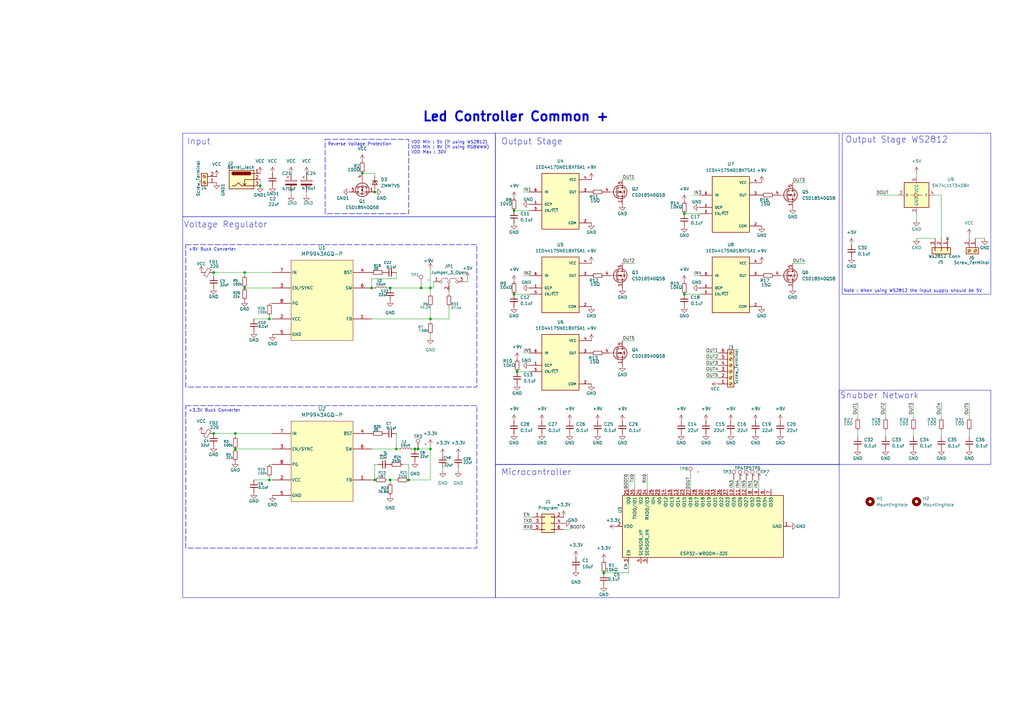
<source format=kicad_sch>
(kicad_sch (version 20250114) (generator "eeschema") (generator_version "9.0")
  (paper "A3")
  (title_block (title "LightWave") (date "2025-01-18") (rev "2"))
  (rectangle (start 203.2 54.61) (end 344.17 190.5))
  (rectangle (start 344.17 160.02) (end 406.4 190.5))
  (rectangle (start 345.44 54.61) (end 406.4 120.65))
  (rectangle (start 203.2 190.5) (end 344.17 245.11))
  (rectangle (start 74.93 54.61) (end 203.2 88.9))
  (rectangle (start 74.93 88.9) (end 203.2 245.11))
  (text "Input\n" (at 81.534 58.166 0) (effects (font (size 2.54 2.54))))
  (text "Note : When using WS2812 the input supply should be 5V" (at 374.396 119.38 0) (effects (font (size 1.27 1.27))))
  (text "Snubber Network" (at 360.68 162.306 0) (effects (font (size 2.54 2.54))))
  (text "Voltage Regulator\n" (at 92.456 92.202 0) (effects (font (size 2.54 2.54))))
  (text "VDD Min : 5V (if using WS2812)\nVDD Min : 9V (if using RGBWWW)\nVDD Max : 30V" (at 168.656 60.452 0) (effects (font (size 1.27 1.27)) (justify left)))
  (text "Output Stage WS2812\n\n" (at 367.792 59.436 0) (effects (font (size 2.54 2.54))))
  (text "Output Stage\n" (at 218.186 58.166 0) (effects (font (size 2.54 2.54))))
  (text "Microcontroller" (at 219.964 193.802 0) (effects (font (size 2.54 2.54))))
  (text "Led Controller Common +\n\n" (at 211.582 45.72 0) (effects (font (size 3.81 3.81) (thickness 0.762) (bold yes)) (justify top)))
  (text_box "Reverse Voltage Protection\n" (at 133.35 57.15 0) (size 34.29 30.48) (margins 1.0525 1.0525 1.0525 1.0525) (stroke (width 0.2) (type dash)) (fill (type color)) (effects (font (size 1.27 1.27)) (justify left top)))
  (text_box "+9V Buck Converter\n" (at 76.2 100.33 0) (size 119.38 58.42) (margins 1.0525 1.0525 1.0525 1.0525) (stroke (width 0.2) (type dash)) (effects (font (size 1.27 1.27)) (justify left top)))
  (text_box "+3.3V Buck Converter\n" (at 76.2 166.37 0) (size 119.38 58.42) (margins 1.0525 1.0525 1.0525 1.0525) (stroke (width 0.2) (type dash)) (effects (font (size 1.27 1.27)) (justify left top)))
  (junction (at 210.82 86.36))
  (junction (at 96.52 177.8))
  (junction (at 153.67 78.74))
  (junction (at 110.49 130.81))
  (junction (at 100.33 111.76))
  (junction (at 100.33 118.11))
  (junction (at 176.53 118.11))
  (junction (at 106.68 76.2))
  (junction (at 162.56 184.15))
  (junction (at 171.45 184.15))
  (junction (at 110.49 196.85))
  (junction (at 160.02 118.11))
  (junction (at 96.52 184.15))
  (junction (at 148.59 71.12))
  (junction (at 87.63 177.8))
  (junction (at 280.67 87.63))
  (junction (at 210.82 120.65))
  (junction (at 160.02 196.85))
  (junction (at 176.53 184.15))
  (junction (at 172.72 118.11))
  (junction (at 167.64 196.85))
  (junction (at 152.4 118.11))
  (junction (at 280.67 120.65))
  (junction (at 247.65 234.95))
  (junction (at 153.67 196.85))
  (junction (at 212.09 152.4))
  (junction (at 170.18 184.15))
  (junction (at 176.53 130.81))
  (junction (at 87.63 111.76))
  (no_connect (at 388.62 97.79))
  (wire (pts (xy 153.67 118.11) (xy 152.4 118.11)))
  (wire (pts (xy 177.8 118.11) (xy 176.53 118.11)))
  (wire (pts (xy 153.67 77.47) (xy 153.67 78.74)))
  (wire (pts (xy 217.17 86.36) (xy 210.82 86.36)))
  (wire (pts (xy 386.08 165.1) (xy 386.08 171.45)))
  (wire (pts (xy 363.22 176.53) (xy 363.22 179.07)))
  (wire (pts (xy 153.67 71.12) (xy 153.67 72.39)))
  (wire (pts (xy 162.56 114.3) (xy 152.4 114.3)))
  (wire (pts (xy 170.18 184.15) (xy 171.45 184.15)))
  (wire (pts (xy 214.63 217.17) (xy 218.44 217.17)))
  (wire (pts (xy 397.51 165.1) (xy 397.51 171.45)))
  (wire (pts (xy 191.77 114.3) (xy 191.77 115.57)))
  (wire (pts (xy 110.49 196.85) (xy 111.76 196.85)))
  (wire (pts (xy 96.52 179.07) (xy 96.52 177.8)))
  (wire (pts (xy 300.99 196.85) (xy 300.99 200.66)))
  (wire (pts (xy 167.64 196.85) (xy 176.53 196.85)))
  (wire (pts (xy 287.02 120.65) (xy 280.67 120.65)))
  (wire (pts (xy 176.53 138.43) (xy 176.53 137.16)))
  (wire (pts (xy 397.51 96.52) (xy 397.51 97.79)))
  (wire (pts (xy 214.63 78.74) (xy 217.17 78.74)))
  (wire (pts (xy 181.61 191.77) (xy 181.61 193.04)))
  (wire (pts (xy 176.53 130.81) (xy 176.53 132.08)))
  (wire (pts (xy 289.56 154.94) (xy 294.64 154.94)))
  (wire (pts (xy 330.2 107.95) (xy 325.12 107.95)))
  (wire (pts (xy 375.92 72.39) (xy 375.92 71.12)))
  (wire (pts (xy 214.63 144.78) (xy 217.17 144.78)))
  (wire (pts (xy 100.33 118.11) (xy 111.76 118.11)))
  (wire (pts (xy 110.49 195.58) (xy 110.49 196.85)))
  (wire (pts (xy 306.07 196.85) (xy 306.07 200.66)))
  (wire (pts (xy 397.51 176.53) (xy 397.51 179.07)))
  (wire (pts (xy 260.35 139.7) (xy 255.27 139.7)))
  (wire (pts (xy 104.14 196.85) (xy 110.49 196.85)))
  (wire (pts (xy 184.15 125.73) (xy 184.15 130.81)))
  (wire (pts (xy 96.52 184.15) (xy 111.76 184.15)))
  (wire (pts (xy 100.33 113.03) (xy 100.33 111.76)))
  (wire (pts (xy 162.56 177.8) (xy 162.56 184.15)))
  (wire (pts (xy 375.92 87.63) (xy 375.92 90.17)))
  (wire (pts (xy 247.65 234.95) (xy 257.81 234.95)))
  (wire (pts (xy 374.65 165.1) (xy 374.65 171.45)))
  (wire (pts (xy 363.22 165.1) (xy 363.22 171.45)))
  (wire (pts (xy 162.56 184.15) (xy 152.4 184.15)))
  (wire (pts (xy 162.56 111.76) (xy 162.56 114.3)))
  (wire (pts (xy 158.75 118.11) (xy 160.02 118.11)))
  (wire (pts (xy 100.33 111.76) (xy 111.76 111.76)))
  (wire (pts (xy 167.64 190.5) (xy 167.64 196.85)))
  (wire (pts (xy 260.35 107.95) (xy 255.27 107.95)))
  (wire (pts (xy 289.56 147.32) (xy 294.64 147.32)))
  (wire (pts (xy 284.48 113.03) (xy 287.02 113.03)))
  (wire (pts (xy 119.38 78.74) (xy 119.38 80.01)))
  (wire (pts (xy 176.53 125.73) (xy 176.53 130.81)))
  (wire (pts (xy 172.72 116.84) (xy 172.72 118.11)))
  (wire (pts (xy 214.63 113.03) (xy 217.17 113.03)))
  (wire (pts (xy 231.14 217.17) (xy 233.68 217.17)))
  (wire (pts (xy 176.53 110.49) (xy 176.53 118.11)))
  (wire (pts (xy 386.08 80.01) (xy 383.54 80.01)))
  (wire (pts (xy 359.41 80.01) (xy 368.3 80.01)))
  (wire (pts (xy 176.53 182.88) (xy 176.53 184.15)))
  (wire (pts (xy 311.15 196.85) (xy 311.15 200.66)))
  (wire (pts (xy 212.09 152.4) (xy 217.17 152.4)))
  (wire (pts (xy 160.02 118.11) (xy 172.72 118.11)))
  (wire (pts (xy 184.15 130.81) (xy 176.53 130.81)))
  (wire (pts (xy 351.79 176.53) (xy 351.79 179.07)))
  (wire (pts (xy 217.17 120.65) (xy 210.82 120.65)))
  (wire (pts (xy 184.15 119.38) (xy 184.15 120.65)))
  (wire (pts (xy 176.53 118.11) (xy 176.53 120.65)))
  (wire (pts (xy 125.73 78.74) (xy 125.73 80.01)))
  (wire (pts (xy 260.35 73.66) (xy 255.27 73.66)))
  (wire (pts (xy 160.02 198.12) (xy 160.02 196.85)))
  (wire (pts (xy 386.08 176.53) (xy 386.08 179.07)))
  (wire (pts (xy 152.4 114.3) (xy 152.4 118.11)))
  (wire (pts (xy 260.35 200.66) (xy 260.35 194.31)))
  (wire (pts (xy 289.56 149.86) (xy 294.64 149.86)))
  (wire (pts (xy 284.48 80.01) (xy 287.02 80.01)))
  (wire (pts (xy 351.79 165.1) (xy 351.79 171.45)))
  (wire (pts (xy 152.4 130.81) (xy 176.53 130.81)))
  (wire (pts (xy 160.02 196.85) (xy 162.56 196.85)))
  (wire (pts (xy 214.63 214.63) (xy 218.44 214.63)))
  (wire (pts (xy 154.94 190.5) (xy 153.67 190.5)))
  (wire (pts (xy 191.77 115.57) (xy 190.5 115.57)))
  (wire (pts (xy 152.4 196.85) (xy 153.67 196.85)))
  (wire (pts (xy 110.49 129.54) (xy 110.49 130.81)))
  (wire (pts (xy 287.02 87.63) (xy 280.67 87.63)))
  (wire (pts (xy 308.61 196.85) (xy 308.61 200.66)))
  (wire (pts (xy 265.43 200.66) (xy 265.43 194.31)))
  (wire (pts (xy 289.56 144.78) (xy 294.64 144.78)))
  (wire (pts (xy 172.72 118.11) (xy 176.53 118.11)))
  (wire (pts (xy 96.52 177.8) (xy 111.76 177.8)))
  (wire (pts (xy 110.49 190.5) (xy 111.76 190.5)))
  (wire (pts (xy 214.63 212.09) (xy 218.44 212.09)))
  (wire (pts (xy 106.68 73.66) (xy 106.68 76.2)))
  (wire (pts (xy 171.45 184.15) (xy 176.53 184.15)))
  (wire (pts (xy 148.59 71.12) (xy 153.67 71.12)))
  (wire (pts (xy 187.96 191.77) (xy 187.96 193.04)))
  (wire (pts (xy 375.92 97.79) (xy 383.54 97.79)))
  (wire (pts (xy 153.67 190.5) (xy 153.67 196.85)))
  (wire (pts (xy 100.33 111.76) (xy 87.63 111.76)))
  (wire (pts (xy 177.8 115.57) (xy 177.8 118.11)))
  (wire (pts (xy 386.08 97.79) (xy 386.08 80.01)))
  (wire (pts (xy 87.63 111.76) (xy 87.63 113.03)))
  (wire (pts (xy 87.63 177.8) (xy 96.52 177.8)))
  (wire (pts (xy 110.49 130.81) (xy 111.76 130.81)))
  (wire (pts (xy 168.91 184.15) (xy 170.18 184.15)))
  (wire (pts (xy 162.56 184.15) (xy 163.83 184.15)))
  (wire (pts (xy 330.2 74.93) (xy 325.12 74.93)))
  (wire (pts (xy 257.81 200.66) (xy 257.81 194.31)))
  (wire (pts (xy 104.14 130.81) (xy 110.49 130.81)))
  (wire (pts (xy 176.53 184.15) (xy 176.53 196.85)))
  (wire (pts (xy 257.81 234.95) (xy 257.81 231.14)))
  (wire (pts (xy 158.75 196.85) (xy 160.02 196.85)))
  (wire (pts (xy 289.56 152.4) (xy 294.64 152.4)))
  (wire (pts (xy 400.05 97.79) (xy 403.86 97.79)))
  (wire (pts (xy 283.21 195.58) (xy 283.21 200.66)))
  (wire (pts (xy 303.53 196.85) (xy 303.53 200.66)))
  (wire (pts (xy 374.65 176.53) (xy 374.65 179.07)))
  (wire (pts (xy 110.49 124.46) (xy 111.76 124.46)))
  (wire (pts (xy 165.1 190.5) (xy 167.64 190.5)))
  (label "IN1" (at 214.63 78.74 0))
  (label "IN5" (at 214.63 144.78 0))
  (label "TX0" (at 214.63 214.63 0))
  (label "BOOT0" (at 257.81 194.31 270))
  (label "IN4" (at 303.53 196.85 270))
  (label "RX0" (at 214.63 217.17 0))
  (label "IN1" (at 308.61 196.85 270))
  (label "IN2" (at 214.63 113.03 0))
  (label "OUT1" (at 351.79 165.1 270))
  (label "DOUT" (at 359.41 80.01 0))
  (label "OUT1" (at 260.35 73.66 180))
  (label "OUT5" (at 397.51 165.1 270))
  (label "OUT2" (at 289.56 147.32 0))
  (label "BOOT0" (at 233.68 217.17 0))
  (label "RX0" (at 265.43 194.31 270))
  (label "IN5" (at 306.07 196.85 270))
  (label "TX0" (at 260.35 194.31 270))
  (label "IN3" (at 284.48 80.01 0))
  (label "OUT3" (at 289.56 149.86 0))
  (label "OUT2" (at 363.22 165.1 270))
  (label "OUT3" (at 330.2 74.93 180))
  (label "EN" (at 214.63 212.09 0))
  (label "OUT4" (at 330.2 107.95 180))
  (label "IN4" (at 284.48 113.03 0))
  (label "DOUT" (at 283.21 195.58 270))
  (label "OUT1" (at 289.56 144.78 0))
  (label "OUT4" (at 289.56 152.4 0))
  (label "OUT2" (at 260.35 107.95 180))
  (label "OUT4" (at 386.08 165.1 270))
  (label "OUT5" (at 289.56 154.94 0))
  (label "IN2" (at 311.15 196.85 270))
  (label "IN3" (at 300.99 196.85 270))
  (label "OUT5" (at 260.35 139.7 180))
  (label "EN" (at 257.81 233.68 90))
  (label "OUT3" (at 374.65 165.1 270))
  (symbol (lib_id "power:GND") (at 87.63 118.11 0) (unit 1)
    (property "Reference" "#PWR04" (effects (hide yes)))
    (property "Value" "GND" (at 87.63 121.666 0))
    (property "Description" "Power symbol creates a global label with name \"GND\" , ground" (effects (hide yes)))
  )
  (symbol (lib_id "power:+9V") (at 289.56 172.72 0) (unit 1)
    (property "Reference" "#PWR050" (effects (hide yes)))
    (property "Value" "+9V" (at 289.56 167.64 0))
    (property "Description" "Power symbol creates a global label with name \"+9V\"" (effects (hide yes)))
  )
  (symbol (lib_id "1ED44175N01BXTSA1:1ED44175N01BXTSA1") (at 299.72 82.55 0) (unit 1)
    (property "Reference" "U7" (at 299.72 67.31 0))
    (property "Value" "1ED44175N01BXTSA1" (at 299.72 69.85 0))
    (property "Footprint" "1ED44175N01BXTSA1:1ED44175N01BXTSA1" (effects (hide yes)))
    (property "Datasheet" "https://www.infineon.com/dgdl/Infineon-1ED44173N01B-DataSheet-v01_01-EN.pdf?fileId=5546d46272aa54c00172bc99c2d45678" (effects (hide yes)))
    (property "Description" "Low-Side Gate Driver IC Non-Inverting PG-SOT23-6-3" (effects (hide yes)))
    (property "Package" "SOT-23-6" (effects (hide yes)))
    (property "Price" "None" (effects (hide yes)))
    (property "Availability" "In Stock" (effects (hide yes)))
    (property "Manufacturer" "Infineon Technologies" (effects (hide yes)))
    (property "Part No" "1ED44175N01BXTSA1" (effects (hide yes)))
  )
  (symbol (lib_id "1ED44175N01BXTSA1:1ED44175N01BXTSA1") (at 229.87 115.57 0) (unit 1)
    (property "Reference" "U5" (at 229.87 100.33 0))
    (property "Value" "1ED44175N01BXTSA1" (at 229.87 102.87 0))
    (property "Footprint" "1ED44175N01BXTSA1:1ED44175N01BXTSA1" (effects (hide yes)))
    (property "Datasheet" "https://www.infineon.com/dgdl/Infineon-1ED44173N01B-DataSheet-v01_01-EN.pdf?fileId=5546d46272aa54c00172bc99c2d45678" (effects (hide yes)))
    (property "Description" "Low-Side Gate Driver IC Non-Inverting PG-SOT23-6-3" (effects (hide yes)))
    (property "Package" "SOT-23-6" (effects (hide yes)))
    (property "Price" "None" (effects (hide yes)))
    (property "Availability" "In Stock" (effects (hide yes)))
    (property "Manufacturer" "Infineon Technologies" (effects (hide yes)))
    (property "Part No" "1ED44175N01BXTSA1" (effects (hide yes)))
  )
  (symbol (lib_id "1ED44175N01BXTSA1:1ED44175N01BXTSA1") (at 229.87 81.28 0) (unit 1)
    (property "Reference" "U4" (at 229.87 66.04 0))
    (property "Value" "1ED44175N01BXTSA1" (at 229.87 68.58 0))
    (property "Footprint" "1ED44175N01BXTSA1:1ED44175N01BXTSA1" (effects (hide yes)))
    (property "Datasheet" "https://www.infineon.com/dgdl/Infineon-1ED44173N01B-DataSheet-v01_01-EN.pdf?fileId=5546d46272aa54c00172bc99c2d45678" (effects (hide yes)))
    (property "Description" "Low-Side Gate Driver IC Non-Inverting PG-SOT23-6-3" (effects (hide yes)))
    (property "Package" "SOT-23-6" (effects (hide yes)))
    (property "Price" "None" (effects (hide yes)))
    (property "Availability" "In Stock" (effects (hide yes)))
    (property "Manufacturer" "Infineon Technologies" (effects (hide yes)))
    (property "Part No" "1ED44175N01BXTSA1" (effects (hide yes)))
  )
  (symbol (lib_id "Device:C_Small") (at 279.4 175.26 0) (unit 1)
    (property "Reference" "C14" (at 281.94 173.9962 0) (effects (justify left)))
    (property "Value" "22uf" (at 281.94 176.5362 0) (effects (justify left)))
    (property "Footprint" "Capacitor_SMD:C_0805_2012Metric" (effects (hide yes)))
    (property "Description" "22 µF ±20% 16V Ceramic Capacitor X5R 0805 (2012 Metric)" (effects (hide yes)))
    (property "Package" "805" (effects (hide yes)))
    (property "Manufacturer" "Murata Electronics" (effects (hide yes)))
    (property "Part No" "GRM21BR61C226ME44L" (effects (hide yes)))
  )
  (symbol (lib_id "power:+9V") (at 222.25 172.72 0) (unit 1)
    (property "Reference" "#PWR084" (effects (hide yes)))
    (property "Value" "+9V" (at 222.25 167.64 0))
    (property "Description" "Power symbol creates a global label with name \"+9V\"" (effects (hide yes)))
  )
  (symbol (lib_id "power:GND1") (at 106.68 76.2 0) (unit 1)
    (property "Reference" "#PWR06" (effects (hide yes)))
    (property "Value" "GND1" (at 106.68 80.01 0))
    (property "Description" "Power symbol creates a global label with name \"GND1\" , ground" (effects (hide yes)))
  )
  (symbol (lib_id "Device:C_Small") (at 157.48 190.5 90) (unit 1)
    (property "Reference" "C9" (at 156.464 188.468 0) (effects (font (size 1.016 1.016)) (justify left)))
    (property "Value" "33pf" (at 157.988 188.468 0) (effects (font (size 1.016 1.016)) (justify left)))
    (property "Footprint" "Capacitor_SMD:C_0603_1608Metric" (effects (hide yes)))
    (property "Description" "33 pF ±5% 100V Ceramic Capacitor C0G, NP0 0603 (1608 Metric)" (effects (hide yes)))
    (property "Manufacturer" "Murata Electronics" (effects (hide yes)))
    (property "Package" "603" (effects (hide yes)))
    (property "Part No" "GCM1885C2A330JA16D" (effects (hide yes)))
  )
  (symbol (lib_id "power:+9V") (at 176.53 110.49 0) (unit 1)
    (property "Reference" "#PWR01" (effects (hide yes)))
    (property "Value" "+9V" (at 175.768 106.934 0))
    (property "Description" "Power symbol creates a global label with name \"+9V\"" (effects (hide yes)))
  )
  (symbol (lib_id "Device:C_Small") (at 160.02 177.8 90) (unit 1)
    (property "Reference" "C7" (at 160.528 173.736 90) (effects (font (size 1.016 1.016)) (justify left)))
    (property "Value" "0.1uf" (at 162.56 175.514 90) (effects (font (size 1.016 1.016)) (justify left)))
    (property "Footprint" "Capacitor_SMD:C_0603_1608Metric" (effects (hide yes)))
    (property "Description" "0.1 µF ±20% 16V Ceramic Capacitor X7R 0603 (1608 Metric)" (effects (hide yes)))
    (property "Manufacturer" "Murata Electronics" (effects (hide yes)))
    (property "Package" "603" (effects (hide yes)))
    (property "Part No" "GCJ188R71C104MA01J" (effects (hide yes)))
  )
  (symbol (lib_id "power:GND") (at 100.33 123.19 0) (unit 1)
    (property "Reference" "#PWR019" (effects (hide yes)))
    (property "Value" "GND" (at 100.33 126.746 0))
    (property "Description" "Power symbol creates a global label with name \"GND\" , ground" (effects (hide yes)))
  )
  (symbol (lib_id "Device:R_Small") (at 351.79 173.99 180) (unit 1)
    (property "Reference" "R27" (at 345.948 172.212 0) (effects (justify right)))
    (property "Value" "100" (at 345.948 173.736 0) (effects (justify right)))
    (property "Footprint" "Resistor_SMD:R_0402_1005Metric" (effects (hide yes)))
    (property "Description" "Resistor, small symbol" (effects (hide yes)))
    (property "Package" "402" (effects (hide yes)))
  )
  (symbol (lib_id "power:+9V") (at 349.25 100.33 0) (unit 1)
    (property "Reference" "#PWR089" (effects (hide yes)))
    (property "Value" "+5V" (at 349.25 95.25 0))
    (property "Description" "Power symbol creates a global label with name \"+9V\"" (effects (hide yes)))
  )
  (symbol (lib_id "power:GND") (at 299.72 177.8 0) (unit 1)
    (property "Reference" "#PWR053" (effects (hide yes)))
    (property "Value" "GND" (at 299.72 181.61 0))
    (property "Description" "Power symbol creates a global label with name \"GND\" , ground" (effects (hide yes)))
  )
  (symbol (lib_id "power:GND") (at 289.56 177.8 0) (unit 1)
    (property "Reference" "#PWR051" (effects (hide yes)))
    (property "Value" "GND" (at 289.56 181.61 0))
    (property "Description" "Power symbol creates a global label with name \"GND\" , ground" (effects (hide yes)))
  )
  (symbol (lib_id "Device:R_Small") (at 374.65 173.99 180) (unit 1)
    (property "Reference" "R29" (at 368.808 172.212 0) (effects (justify right)))
    (property "Value" "100" (at 368.808 173.736 0) (effects (justify right)))
    (property "Footprint" "Resistor_SMD:R_0402_1005Metric" (effects (hide yes)))
    (property "Description" "Resistor, small symbol" (effects (hide yes)))
    (property "Package" "402" (effects (hide yes)))
  )
  (symbol (lib_id "power:+9V") (at 375.92 71.12 0) (unit 1)
    (property "Reference" "#PWR088" (effects (hide yes)))
    (property "Value" "+5V" (at 375.92 66.04 0))
    (property "Description" "Power symbol creates a global label with name \"+9V\"" (effects (hide yes)))
  )
  (symbol (lib_id "Device:R_Small") (at 212.09 149.86 180) (unit 1)
    (property "Reference" "R10" (at 206.248 148.082 0) (effects (justify right)))
    (property "Value" "10kΩ" (at 206.248 149.86 0) (effects (justify right)))
    (property "Footprint" "Resistor_SMD:R_0402_1005Metric" (effects (hide yes)))
    (property "Description" "Resistor, small symbol" (effects (hide yes)))
    (property "Package" "402" (effects (hide yes)))
  )
  (symbol (lib_id "power:GND") (at 210.82 125.73 0) (unit 1)
    (property "Reference" "#PWR034" (effects (hide yes)))
    (property "Value" "GND" (at 210.82 129.54 0))
    (property "Description" "Power symbol creates a global label with name \"GND\" , ground" (effects (hide yes)))
  )
  (symbol (lib_id "Device:C_Small") (at 397.51 181.61 0) (unit 1)
    (property "Reference" "C36" (at 400.05 180.3462 0) (effects (justify left)))
    (property "Value" "0.1uf" (at 400.05 182.8862 0) (effects (justify left)))
    (property "Footprint" "Capacitor_SMD:C_0402_1005Metric" (effects (hide yes)))
    (property "Description" "0.1 µF ±10% 16V Ceramic Capacitor X5R 0402 (1005 Metric)" (effects (hide yes)))
    (property "Package" "402" (effects (hide yes)))
    (property "Manufacturer" "Murata Electronics" (effects (hide yes)))
    (property "Part No" "GRM155R61C104KA88D" (effects (hide yes)))
  )
  (symbol (lib_id "power:GND") (at 236.22 233.68 0) (unit 1)
    (property "Reference" "#PWR08" (effects (hide yes)))
    (property "Value" "GND" (at 236.22 238.76 0))
    (property "Description" "Power symbol creates a global label with name \"GND\" , ground" (effects (hide yes)))
  )
  (symbol (lib_id "power:GND") (at 217.17 83.82 270) (unit 1)
    (property "Reference" "#PWRr01" (effects (hide yes)))
    (property "Value" "GND" (at 218.694 81.788 90) (effects (justify right)))
    (property "Description" "Power symbol creates a global label with name \"GND\" , ground" (effects (hide yes)))
  )
  (symbol (lib_id "power:VCC") (at 88.9 72.39 0) (unit 1)
    (property "Reference" "#PWR016" (effects (hide yes)))
    (property "Value" "VCC" (at 88.9 67.31 0))
    (property "Description" "Power symbol creates a global label with name \"VCC\"" (effects (hide yes)))
  )
  (symbol (lib_id "Connector:Barrel_Jack_Switch_Pin3Ring") (at 99.06 73.66 0) (unit 1)
    (property "Reference" "J2" (at 94.488 67.056 0))
    (property "Value" "Barrel_Jack" (at 98.806 68.58 0))
    (property "Footprint" "Connector_BarrelJack:BarrelJack_GCT_DCJ200-10-A_Horizontal" (effects (hide yes)))
    (property "Description" "DC Barrel Jack with an internal switch" (effects (hide yes)))
  )
  (symbol (lib_id "Device:C_Small") (at 280.67 123.19 0) (unit 1)
    (property "Reference" "C18" (at 283.21 121.9262 0) (effects (justify left)))
    (property "Value" "0.1uf" (at 283.21 124.4662 0) (effects (justify left)))
    (property "Footprint" "Capacitor_SMD:C_0402_1005Metric" (effects (hide yes)))
    (property "Description" "0.1 µF ±10% 16V Ceramic Capacitor X5R 0402 (1005 Metric)" (effects (hide yes)))
    (property "Package" "402" (effects (hide yes)))
    (property "Manufacturer" "Murata Electronics" (effects (hide yes)))
    (property "Part No" "GRM155R61C104KA88D" (effects (hide yes)))
  )
  (symbol (lib_id "Device:C_Small") (at 210.82 123.19 0) (unit 1)
    (property "Reference" "C12" (at 213.36 121.9262 0) (effects (justify left)))
    (property "Value" "0.1uf" (at 213.36 124.4662 0) (effects (justify left)))
    (property "Footprint" "Capacitor_SMD:C_0402_1005Metric" (effects (hide yes)))
    (property "Description" "0.1 µF ±10% 16V Ceramic Capacitor X5R 0402 (1005 Metric)" (effects (hide yes)))
    (property "Package" "402" (effects (hide yes)))
    (property "Manufacturer" "Murata Electronics" (effects (hide yes)))
    (property "Part No" "GRM155R61C104KA88D" (effects (hide yes)))
  )
  (symbol (lib_id "Device:R_Small") (at 280.67 85.09 180) (unit 1)
    (property "Reference" "R14" (at 274.828 83.312 0) (effects (justify right)))
    (property "Value" "10kΩ" (at 274.828 84.836 0) (effects (justify right)))
    (property "Footprint" "Resistor_SMD:R_0402_1005Metric" (effects (hide yes)))
    (property "Description" "Resistor, small symbol" (effects (hide yes)))
    (property "Package" "402" (effects (hide yes)))
  )
  (symbol (lib_id "Device:C_Small") (at 210.82 175.26 0) (unit 1)
    (property "Reference" "C28" (at 213.36 173.9962 0) (effects (justify left)))
    (property "Value" "0.1uf" (at 213.36 176.5362 0) (effects (justify left)))
    (property "Footprint" "Capacitor_SMD:C_0805_2012Metric" (effects (hide yes)))
    (property "Description" "0.1 µF ±10% 25V Ceramic Capacitor X7R 0805 (2012 Metric)" (effects (hide yes)))
    (property "Package" "805" (effects (hide yes)))
    (property "Manufacturer" "Murata Electronics" (effects (hide yes)))
    (property "Part No" "GCM21BR71E104KA37L" (effects (hide yes)))
  )
  (symbol (lib_id "Device:R_Small") (at 160.02 200.66 0) (unit 1)
    (property "Reference" "R22" (at 156.21 200.152 0) (effects (font (size 1.016 1.016)) (justify left)))
    (property "Value" "76.8k" (at 154.94 201.676 0) (effects (font (size 1.016 1.016)) (justify left)))
    (property "Footprint" "Resistor_SMD:R_0603_1608Metric" (effects (hide yes)))
    (property "Description" "Resistor, small symbol" (effects (hide yes)))
    (property "Package" "603" (effects (hide yes)))
  )
  (symbol (lib_id "Device:C_Small") (at 351.79 181.61 0) (unit 1)
    (property "Reference" "C32" (at 354.33 180.3462 0) (effects (justify left)))
    (property "Value" "0.1uf" (at 354.33 182.8862 0) (effects (justify left)))
    (property "Footprint" "Capacitor_SMD:C_0402_1005Metric" (effects (hide yes)))
    (property "Description" "0.1 µF ±10% 16V Ceramic Capacitor X5R 0402 (1005 Metric)" (effects (hide yes)))
    (property "Package" "402" (effects (hide yes)))
    (property "Manufacturer" "Murata Electronics" (effects (hide yes)))
    (property "Part No" "GRM155R61C104KA88D" (effects (hide yes)))
  )
  (symbol (lib_id "Device:R_Small") (at 245.11 113.03 90) (unit 1)
    (property "Reference" "R12" (at 243.586 115.062 90))
    (property "Value" "15Ω" (at 244.094 116.586 90))
    (property "Footprint" "Resistor_SMD:R_0402_1005Metric" (effects (hide yes)))
    (property "Description" "Resistor, small symbol" (effects (hide yes)))
    (property "Package" "402" (effects (hide yes)))
  )
  (symbol (lib_id "power:GND") (at 255.27 177.8 0) (unit 1)
    (property "Reference" "#PWR082" (effects (hide yes)))
    (property "Value" "GND" (at 255.27 181.61 0))
    (property "Description" "Power symbol creates a global label with name \"GND\" , ground" (effects (hide yes)))
  )
  (symbol (lib_id "Connector:Screw_Terminal_01x06") (at 299.72 152.4 0) (mirror x) (unit 1)
    (property "Reference" "J3" (at 299.72 142.494 0))
    (property "Value" "Screw_Terminal" (at 302.006 150.368 90))
    (property "Footprint" "TerminalBlock:TerminalBlock_bornier-6_P5.08mm" (effects (hide yes)))
    (property "Description" "Generic screw terminal, single row, 01x06, script generated (kicad-library-utils/schlib/autogen/connector/)" (effects (hide yes)))
  )
  (symbol (lib_id "power:GND") (at 242.57 157.48 0) (unit 1)
    (property "Reference" "#PWR044" (effects (hide yes)))
    (property "Value" "GND" (at 242.57 161.29 0))
    (property "Description" "Power symbol creates a global label with name \"GND\" , ground" (effects (hide yes)))
  )
  (symbol (lib_id "power:GND1") (at 119.38 80.01 0) (unit 1)
    (property "Reference" "#PWR074" (effects (hide yes)))
    (property "Value" "GND" (at 121.92 83.312 0) (effects (justify right)))
    (property "Description" "Power symbol creates a global label with name \"GND1\" , ground" (effects (hide yes)))
  )
  (symbol (lib_id "power:GND") (at 111.76 137.16 0) (unit 1)
    (property "Reference" "#PWR029" (effects (hide yes)))
    (property "Value" "GND" (at 111.76 140.97 0))
    (property "Description" "Power symbol creates a global label with name \"GND\" , ground" (effects (hide yes)))
  )
  (symbol (lib_id "Device:C_Small") (at 170.18 186.69 0) (unit 1)
    (property "Reference" "C8" (at 172.212 185.674 0) (effects (font (size 1.016 1.016)) (justify left)))
    (property "Value" "22uf" (at 172.212 187.198 0) (effects (font (size 1.016 1.016)) (justify left)))
    (property "Footprint" "Capacitor_SMD:C_0603_1608Metric" (effects (hide yes)))
    (property "Description" "22 µF ±20% 16V Ceramic Capacitor X5S 0603 (1608 Metric)" (effects (hide yes)))
    (property "Manufacturer" "Murata Electronics" (effects (hide yes)))
    (property "Package" "603" (effects (hide yes)))
    (property "Part No" "GRM188C61C226ME01W" (effects (hide yes)))
  )
  (symbol (lib_id "Device:C_Small") (at 87.63 115.57 0) (unit 1)
    (property "Reference" "C3" (at 90.17 115.316 0) (effects (font (size 1.016 1.016)) (justify left)))
    (property "Value" "22uf" (at 90.17 116.8462 0) (effects (font (size 1.016 1.016)) (justify left)))
    (property "Footprint" "Capacitor_SMD:C_0603_1608Metric" (effects (hide yes)))
    (property "Description" "22 µF ±20% 16V Ceramic Capacitor X5S 0603 (1608 Metric)" (effects (hide yes)))
    (property "Manufacturer" "Murata Electronics" (effects (hide yes)))
    (property "Package" "603" (effects (hide yes)))
    (property "Part No" "GRM188C61C226ME01W" (effects (hide yes)))
  )
  (symbol (lib_id "power:GND") (at 96.52 189.23 0) (unit 1)
    (property "Reference" "#PWR024" (effects (hide yes)))
    (property "Value" "GND" (at 96.52 192.786 0))
    (property "Description" "Power symbol creates a global label with name \"GND\" , ground" (effects (hide yes)))
  )
  (symbol (lib_id "Jumper:Jumper_3_Open") (at 184.15 115.57 0) (unit 1) (exclude_from_sim yes) (in_bom no)
    (property "Reference" "JP1" (at 184.15 109.22 0))
    (property "Value" "Jumper_3_Open" (at 184.15 111.76 0))
    (property "Footprint" "Jumper:SolderJumper-3_P2.0mm_Open_TrianglePad1.0x1.5mm" (effects (hide yes)))
    (property "Description" "Jumper, 3-pole, both open" (effects (hide yes)))
  )
  (symbol (lib_id "power:GND1") (at 125.73 80.01 0) (unit 1)
    (property "Reference" "#PWR075" (effects (hide yes)))
    (property "Value" "GND" (at 128.524 83.312 0) (effects (justify right)))
    (property "Description" "Power symbol creates a global label with name \"GND1\" , ground" (effects (hide yes)))
  )
  (symbol (lib_id "Device:R_Small") (at 386.08 173.99 180) (unit 1)
    (property "Reference" "R30" (at 380.238 172.212 0) (effects (justify right)))
    (property "Value" "100" (at 380.238 173.736 0) (effects (justify right)))
    (property "Footprint" "Resistor_SMD:R_0402_1005Metric" (effects (hide yes)))
    (property "Description" "Resistor, small symbol" (effects (hide yes)))
    (property "Package" "402" (effects (hide yes)))
  )
  (symbol (lib_id "Connector:Screw_Terminal_01x02") (at 83.82 74.93 180) (unit 1)
    (property "Reference" "J4" (at 84.836 77.216 0) (effects (justify left)))
    (property "Value" "Screw_Terminal" (at 81.28 65.786 90) (effects (justify left)))
    (property "Footprint" "TerminalBlock:TerminalBlock_bornier-2_P5.08mm" (effects (hide yes)))
    (property "Description" "Generic screw terminal, single row, 01x02, script generated (kicad-library-utils/schlib/autogen/connector/)" (effects (hide yes)))
  )
  (symbol (lib_id "power:GND") (at 187.96 193.04 0) (unit 1)
    (property "Reference" "#PWR0106" (effects (hide yes)))
    (property "Value" "GND" (at 187.96 198.12 0))
    (property "Description" "Power symbol creates a global label with name \"GND\" , ground" (effects (hide yes)))
  )
  (symbol (lib_id "Device:R_Small") (at 156.21 196.85 90) (unit 1)
    (property "Reference" "R23" (at 158.242 193.802 90) (effects (font (size 1.016 1.016)) (justify left)))
    (property "Value" "487" (at 158.242 195.326 90) (effects (font (size 1.016 1.016)) (justify left)))
    (property "Footprint" "Resistor_SMD:R_0603_1608Metric" (effects (hide yes)))
    (property "Description" "Resistor, small symbol" (effects (hide yes)))
    (property "Package" "603" (effects (hide yes)))
  )
  (symbol (lib_id "power:GND") (at 325.12 118.11 0) (unit 1)
    (property "Reference" "#PWR070" (effects (hide yes)))
    (property "Value" "GND" (at 325.12 121.92 0))
    (property "Description" "Power symbol creates a global label with name \"GND\" , ground" (effects (hide yes)))
  )
  (symbol (lib_id "Connector_Generic:Conn_01x03") (at 386.08 102.87 270) (unit 1)
    (property "Reference" "J5" (at 384.556 107.442 90) (effects (justify left)))
    (property "Value" "Ws2812 Conn" (at 380.746 105.156 90) (effects (justify left)))
    (property "Footprint" "Connector_PinHeader_2.54mm:PinHeader_1x03_P2.54mm_Horizontal" (effects (hide yes)))
    (property "Description" "Generic connector, single row, 01x03, script generated (kicad-library-utils/schlib/autogen/connector/)" (effects (hide yes)))
  )
  (symbol (lib_id "Device:C_Small") (at 236.22 231.14 0) (unit 1)
    (property "Reference" "C1" (at 238.76 229.8762 0) (effects (justify left)))
    (property "Value" "10uf" (at 238.76 232.4162 0) (effects (justify left)))
    (property "Footprint" "Capacitor_SMD:C_0402_1005Metric" (effects (hide yes)))
    (property "Description" "10 µF ±20% 6.3V Ceramic Capacitor X5R 0402 (1005 Metric)" (effects (hide yes)))
    (property "Package" "402" (effects (hide yes)))
    (property "Manufacturer" "Murata Electronics" (effects (hide yes)))
    (property "Part No" "GRM155R60J106ME05J" (effects (hide yes)))
  )
  (symbol (lib_id "Device:R_Small") (at 280.67 118.11 180) (unit 1)
    (property "Reference" "R15" (at 274.828 116.332 0) (effects (justify right)))
    (property "Value" "10kΩ" (at 274.828 117.856 0) (effects (justify right)))
    (property "Footprint" "Resistor_SMD:R_0402_1005Metric" (effects (hide yes)))
    (property "Description" "Resistor, small symbol" (effects (hide yes)))
    (property "Package" "402" (effects (hide yes)))
  )
  (symbol (lib_id "Transistor_FET:CSD18540Q5B") (at 148.59 76.2 90) (mirror x) (unit 1)
    (property "Reference" "Q1" (at 148.59 82.55 90))
    (property "Value" "CSD18540Q5B" (at 148.59 85.09 90))
    (property "Footprint" "Package_TO_SOT_SMD:TDSON-8-1" (effects (hide yes)))
    (property "Datasheet" "http://www.ti.com/lit/gpn/csd18540q5b" (effects (hide yes)))
    (property "Description" "N-Channel 60 V 100A (Ta) 3.1W (Ta), 195W (Tc) Surface Mount 8-VSON-CLIP (5x6)" (effects (hide yes)))
    (property "Package" "8-VSON-CLIP (5x6)" (effects (hide yes)))
    (property "Part No" "CSD18540Q5B" (effects (hide yes)))
  )
  (symbol (lib_id "Device:D_Zener_Small") (at 153.67 74.93 270) (unit 1)
    (property "Reference" "D3" (at 156.21 73.6599 90) (effects (justify left)))
    (property "Value" "ZMM7V5" (at 156.21 76.1999 90) (effects (justify left)))
    (property "Footprint" "Diode_SMD:D_MiniMELF" (effects (hide yes)))
    (property "Description" "Zener Diode 7.5 V 500 mW ±6% Surface Mount LL-34" (effects (hide yes)))
    (property "Manufacturer" "Shenzhen Slkormicro Semicon Co., Ltd." (effects (hide yes)))
    (property "Package" "DO-213AC" (effects (hide yes)))
    (property "Part No" "ZMM7V5" (effects (hide yes)))
  )
  (symbol (lib_id "Device:C_Polarized") (at 125.73 74.93 0) (unit 1)
    (property "Reference" "C24" (at 125.73 71.12 0) (effects (justify left)))
    (property "Value" "470uf" (at 123.698 77.216 0) (effects (justify left)))
    (property "Footprint" "Capacitor_THT:CP_Radial_D10.0mm_P2.50mm_P5.00mm" (effects (hide yes)))
    (property "Description" "Polarized capacitor" (effects (hide yes)))
  )
  (symbol (lib_id "Device:C_Small") (at 247.65 237.49 0) (mirror y) (unit 1)
    (property "Reference" "C5" (at 254.254 235.712 0) (effects (justify left)))
    (property "Value" "0.1uf" (at 254.254 237.49 0) (effects (justify left)))
    (property "Footprint" "Capacitor_SMD:C_0402_1005Metric" (effects (hide yes)))
    (property "Description" "0.1 µF ±10% 16V Ceramic Capacitor X5R 0402 (1005 Metric)" (effects (hide yes)))
    (property "Package" "402" (effects (hide yes)))
    (property "Manufacturer" "Murata Electronics" (effects (hide yes)))
    (property "Part No" "GRM155R61C104KA88D" (effects (hide yes)))
  )
  (symbol (lib_id "Device:C_Small") (at 320.04 175.26 0) (unit 1)
    (property "Reference" "C20" (at 322.58 173.9962 0) (effects (justify left)))
    (property "Value" "22uf" (at 322.58 176.5362 0) (effects (justify left)))
    (property "Footprint" "Capacitor_SMD:C_0805_2012Metric" (effects (hide yes)))
    (property "Description" "22 µF ±20% 16V Ceramic Capacitor X5R 0805 (2012 Metric)" (effects (hide yes)))
    (property "Package" "805" (effects (hide yes)))
    (property "Manufacturer" "Murata Electronics" (effects (hide yes)))
    (property "Part No" "GRM21BR61C226ME44L" (effects (hide yes)))
  )
  (symbol (lib_id "power:+3.3V") (at 236.22 228.6 0) (unit 1)
    (property "Reference" "#PWR07" (effects (hide yes)))
    (property "Value" "+3.3V" (at 236.22 223.52 0))
    (property "Description" "Power symbol creates a global label with name \"+3.3V\"" (effects (hide yes)))
  )
  (symbol (lib_id "power:GND") (at 170.18 189.23 0) (unit 1)
    (property "Reference" "#PWR027" (effects (hide yes)))
    (property "Value" "GND" (at 170.18 194.31 0))
    (property "Description" "Power symbol creates a global label with name \"GND\" , ground" (effects (hide yes)))
  )
  (symbol (lib_id "Device:R_Small") (at 247.65 232.41 0) (mirror x) (unit 1)
    (property "Reference" "R1" (at 252.222 231.902 0) (effects (justify right)))
    (property "Value" "10kΩ" (at 253.492 233.68 0) (effects (justify right)))
    (property "Footprint" "Resistor_SMD:R_0402_1005Metric" (effects (hide yes)))
    (property "Description" "Resistor, small symbol" (effects (hide yes)))
    (property "Package" "402" (effects (hide yes)))
  )
  (symbol (lib_id "power:GND") (at 323.85 215.9 90) (unit 1)
    (property "Reference" "#PWR030" (effects (hide yes)))
    (property "Value" "GND" (at 328.422 215.9 90))
    (property "Description" "Power symbol creates a global label with name \"GND\" , ground" (effects (hide yes)))
  )
  (symbol (lib_id "power:+9V") (at 233.68 172.72 0) (unit 1)
    (property "Reference" "#PWR085" (effects (hide yes)))
    (property "Value" "+9V" (at 233.68 167.64 0))
    (property "Description" "Power symbol creates a global label with name \"+9V\"" (effects (hide yes)))
  )
  (symbol (lib_id "power:GND") (at 309.88 177.8 0) (unit 1)
    (property "Reference" "#PWR061" (effects (hide yes)))
    (property "Value" "GND" (at 309.88 181.61 0))
    (property "Description" "Power symbol creates a global label with name \"GND\" , ground" (effects (hide yes)))
  )
  (symbol (lib_id "Transistor_FET:CSD18540Q5B") (at 252.73 113.03 0) (unit 1)
    (property "Reference" "Q3" (at 259.08 111.7599 0) (effects (justify left)))
    (property "Value" "CSD18540Q5B" (at 259.08 114.2999 0) (effects (justify left)))
    (property "Footprint" "Package_TO_SOT_SMD:TDSON-8-1" (effects (hide yes)))
    (property "Datasheet" "http://www.ti.com/lit/gpn/csd18540q5b" (effects (hide yes)))
    (property "Description" "N-Channel 60 V 100A (Ta) 3.1W (Ta), 195W (Tc) Surface Mount 8-VSON-CLIP (5x6)" (effects (hide yes)))
    (property "Package" "8-VSON-CLIP (5x6)" (effects (hide yes)))
    (property "Part No" "CSD18540Q5B" (effects (hide yes)))
  )
  (symbol (lib_id "power:+9V") (at 242.57 73.66 0) (unit 1)
    (property "Reference" "#PWR039" (effects (hide yes)))
    (property "Value" "+9V" (at 242.57 68.58 0))
    (property "Description" "Power symbol creates a global label with name \"+9V\"" (effects (hide yes)))
  )
  (symbol (lib_id "Device:R_Small") (at 148.59 68.58 180) (unit 1)
    (property "Reference" "R2" (at 145.034 68.072 0) (effects (justify right)))
    (property "Value" "100Ω" (at 142.494 69.596 0) (effects (justify right)))
    (property "Footprint" "Resistor_SMD:R_0402_1005Metric" (effects (hide yes)))
    (property "Description" "Resistor, small symbol" (effects (hide yes)))
    (property "Package" "402" (effects (hide yes)))
  )
  (symbol (lib_id "Device:R_Small") (at 314.96 80.01 90) (unit 1)
    (property "Reference" "R16" (at 313.436 82.042 90))
    (property "Value" "15Ω" (at 313.944 83.566 90))
    (property "Footprint" "Resistor_SMD:R_0402_1005Metric" (effects (hide yes)))
    (property "Description" "Resistor, small symbol" (effects (hide yes)))
    (property "Package" "402" (effects (hide yes)))
  )
  (symbol (lib_id "power:+9V") (at 280.67 82.55 0) (unit 1)
    (property "Reference" "#PWR054" (effects (hide yes)))
    (property "Value" "+9V" (at 280.67 77.47 0))
    (property "Description" "Power symbol creates a global label with name \"+9V\"" (effects (hide yes)))
  )
  (symbol (lib_id "Mechanical:MountingHole") (at 375.92 205.74 0) (unit 1) (exclude_from_sim yes) (in_bom no)
    (property "Reference" "H2" (at 378.46 204.4699 0) (effects (justify left)))
    (property "Value" "MountingHole" (at 378.46 207.0099 0) (effects (justify left)))
    (property "Footprint" "MountingHole:MountingHole_3.2mm_M3_DIN965_Pad" (effects (hide yes)))
    (property "Description" "Mounting Hole without connection" (effects (hide yes)))
  )
  (symbol (lib_id "Transistor_FET:CSD18540Q5B") (at 322.58 80.01 0) (unit 1)
    (property "Reference" "Q5" (at 328.93 78.7399 0) (effects (justify left)))
    (property "Value" "CSD18540Q5B" (at 328.93 81.2799 0) (effects (justify left)))
    (property "Footprint" "Package_TO_SOT_SMD:TDSON-8-1" (effects (hide yes)))
    (property "Datasheet" "http://www.ti.com/lit/gpn/csd18540q5b" (effects (hide yes)))
    (property "Description" "N-Channel 60 V 100A (Ta) 3.1W (Ta), 195W (Tc) Surface Mount 8-VSON-CLIP (5x6)" (effects (hide yes)))
    (property "Package" "8-VSON-CLIP (5x6)" (effects (hide yes)))
    (property "Part No" "CSD18540Q5B" (effects (hide yes)))
  )
  (symbol (lib_id "power:+9V") (at 280.67 115.57 0) (unit 1)
    (property "Reference" "#PWR056" (effects (hide yes)))
    (property "Value" "+9V" (at 280.67 110.49 0))
    (property "Description" "Power symbol creates a global label with name \"+9V\"" (effects (hide yes)))
  )
  (symbol (lib_id "Device:R_Small") (at 363.22 173.99 180) (unit 1)
    (property "Reference" "R28" (at 357.378 172.212 0) (effects (justify right)))
    (property "Value" "100" (at 357.378 173.736 0) (effects (justify right)))
    (property "Footprint" "Resistor_SMD:R_0402_1005Metric" (effects (hide yes)))
    (property "Description" "Resistor, small symbol" (effects (hide yes)))
    (property "Package" "402" (effects (hide yes)))
  )
  (symbol (lib_id "power:GND") (at 375.92 90.17 0) (unit 1)
    (property "Reference" "#PWR093" (effects (hide yes)))
    (property "Value" "GND" (at 375.92 93.98 0))
    (property "Description" "Power symbol creates a global label with name \"GND\" , ground" (effects (hide yes)))
  )
  (symbol (lib_id "power:+9V") (at 299.72 172.72 0) (unit 1)
    (property "Reference" "#PWR052" (effects (hide yes)))
    (property "Value" "+9V" (at 299.72 167.64 0))
    (property "Description" "Power symbol creates a global label with name \"+9V\"" (effects (hide yes)))
  )
  (symbol (lib_id "power:+9V") (at 279.4 172.72 0) (unit 1)
    (property "Reference" "#PWR048" (effects (hide yes)))
    (property "Value" "+9V" (at 279.4 167.64 0))
    (property "Description" "Power symbol creates a global label with name \"+9V\"" (effects (hide yes)))
  )
  (symbol (lib_id "power:GND1") (at 111.76 76.2 0) (unit 1)
    (property "Reference" "#PWR010" (effects (hide yes)))
    (property "Value" "GND1" (at 114.554 79.502 0) (effects (justify right)))
    (property "Description" "Power symbol creates a global label with name \"GND1\" , ground" (effects (hide yes)))
  )
  (symbol (lib_id "Device:R_Small") (at 314.96 113.03 90) (unit 1)
    (property "Reference" "R17" (at 313.69 115.062 90))
    (property "Value" "15Ω" (at 314.198 116.84 90))
    (property "Footprint" "Resistor_SMD:R_0402_1005Metric" (effects (hide yes)))
    (property "Description" "Resistor, small symbol" (effects (hide yes)))
    (property "Package" "402" (effects (hide yes)))
  )
  (symbol (lib_id "power:+9V") (at 312.42 107.95 0) (unit 1)
    (property "Reference" "#PWR067" (effects (hide yes)))
    (property "Value" "+9V" (at 312.42 102.87 0))
    (property "Description" "Power symbol creates a global label with name \"+9V\"" (effects (hide yes)))
  )
  (symbol (lib_id "power:GND") (at 287.02 85.09 270) (unit 1)
    (property "Reference" "#PWR058" (effects (hide yes)))
    (property "Value" "GND" (at 285.75 82.804 90))
    (property "Description" "Power symbol creates a global label with name \"GND\" , ground" (effects (hide yes)))
  )
  (symbol (lib_id "power:+9V") (at 320.04 172.72 0) (unit 1)
    (property "Reference" "#PWR063" (effects (hide yes)))
    (property "Value" "+9V" (at 320.04 167.64 0))
    (property "Description" "Power symbol creates a global label with name \"+9V\"" (effects (hide yes)))
  )
  (symbol (lib_id "power:+9V") (at 242.57 107.95 0) (unit 1)
    (property "Reference" "#PWR041" (effects (hide yes)))
    (property "Value" "+9V" (at 242.57 102.87 0))
    (property "Description" "Power symbol creates a global label with name \"+9V\"" (effects (hide yes)))
  )
  (symbol (lib_id "Connector:TestPoint") (at 306.07 196.85 0) (unit 1) (in_bom no)
    (property "Reference" "TP5" (at 304.8 192.024 0) (effects (justify left)))
    (property "Value" "~" (at 308.61 194.8179 0) (effects (justify left)))
    (property "Footprint" "TestPoint:TestPoint_Pad_D1.0mm" (effects (hide yes)))
    (property "Description" "test point" (effects (hide yes)))
  )
  (symbol (lib_id "power:GND") (at 245.11 177.8 0) (unit 1)
    (property "Reference" "#PWR081" (effects (hide yes)))
    (property "Value" "GND" (at 245.11 181.61 0))
    (property "Description" "Power symbol creates a global label with name \"GND\" , ground" (effects (hide yes)))
  )
  (symbol (lib_id "power:GND") (at 233.68 177.8 0) (unit 1)
    (property "Reference" "#PWR080" (effects (hide yes)))
    (property "Value" "GND" (at 233.68 181.61 0))
    (property "Description" "Power symbol creates a global label with name \"GND\" , ground" (effects (hide yes)))
  )
  (symbol (lib_id "power:GND") (at 280.67 92.71 0) (unit 1)
    (property "Reference" "#PWR055" (effects (hide yes)))
    (property "Value" "GND" (at 280.67 96.52 0))
    (property "Description" "Power symbol creates a global label with name \"GND\" , ground" (effects (hide yes)))
  )
  (symbol (lib_id "Connector:TestPoint") (at 171.45 184.15 0) (unit 1)
    (property "Reference" "TP2" (at 169.672 179.07 0) (effects (justify left)))
    (property "Value" "~" (at 173.99 182.1179 0) (effects (justify left)))
    (property "Footprint" "TestPoint:TestPoint_Pad_D1.0mm" (effects (hide yes)))
    (property "Description" "test point" (effects (hide yes)))
  )
  (symbol (lib_id "Device:L_Small") (at 156.21 118.11 90) (unit 1)
    (property "Reference" "L3" (at 155.702 115.062 90) (effects (font (size 1.016 1.016))))
    (property "Value" "10uH" (at 156.21 116.586 90) (effects (font (size 1.016 1.016))))
    (property "Footprint" "Inductor_SMD:L_Changjiang_FNR8040S" (effects (hide yes)))
    (property "Datasheet" "https://www.monolithicpower.com/en/mpl-se5040-100.html?srsltid=AfmBOop6Zi26PV8G4DWnv7sfseHW8lshvcxCv_xlT_t47wLOIWs8rtEa" (effects (hide yes)))
    (property "Description" "Inductor, small symbol" (effects (hide yes)))
  )
  (symbol (lib_id "Device:C_Small") (at 233.68 175.26 0) (unit 1)
    (property "Reference" "C26" (at 236.22 173.9962 0) (effects (justify left)))
    (property "Value" "0.1uf" (at 236.22 176.5362 0) (effects (justify left)))
    (property "Footprint" "Capacitor_SMD:C_0805_2012Metric" (effects (hide yes)))
    (property "Description" "0.1 µF ±10% 25V Ceramic Capacitor X7R 0805 (2012 Metric)" (effects (hide yes)))
    (property "Package" "805" (effects (hide yes)))
    (property "Manufacturer" "Murata Electronics" (effects (hide yes)))
    (property "Part No" "GCM21BR71E104KA37L" (effects (hide yes)))
  )
  (symbol (lib_id "power:+9V") (at 210.82 172.72 0) (unit 1)
    (property "Reference" "#PWR083" (effects (hide yes)))
    (property "Value" "+9V" (at 210.82 167.64 0))
    (property "Description" "Power symbol creates a global label with name \"+9V\"" (effects (hide yes)))
  )
  (symbol (lib_id "Device:C_Small") (at 386.08 181.61 0) (unit 1)
    (property "Reference" "C35" (at 388.62 180.3462 0) (effects (justify left)))
    (property "Value" "0.1uf" (at 388.62 182.8862 0) (effects (justify left)))
    (property "Footprint" "Capacitor_SMD:C_0402_1005Metric" (effects (hide yes)))
    (property "Description" "0.1 µF ±10% 16V Ceramic Capacitor X5R 0402 (1005 Metric)" (effects (hide yes)))
    (property "Package" "402" (effects (hide yes)))
    (property "Manufacturer" "Murata Electronics" (effects (hide yes)))
    (property "Part No" "GRM155R61C104KA88D" (effects (hide yes)))
  )
  (symbol (lib_id "power:GND") (at 104.14 135.89 0) (unit 1)
    (property "Reference" "#PWR020" (effects (hide yes)))
    (property "Value" "GND" (at 104.14 139.446 0))
    (property "Description" "Power symbol creates a global label with name \"GND\" , ground" (effects (hide yes)))
  )
  (symbol (lib_id "power:GND") (at 325.12 85.09 0) (unit 1)
    (property "Reference" "#PWR069" (effects (hide yes)))
    (property "Value" "GND" (at 325.12 88.9 0))
    (property "Description" "Power symbol creates a global label with name \"GND\" , ground" (effects (hide yes)))
  )
  (symbol (lib_id "power:GND") (at 210.82 177.8 0) (unit 1)
    (property "Reference" "#PWR078" (effects (hide yes)))
    (property "Value" "GND" (at 210.82 181.61 0))
    (property "Description" "Power symbol creates a global label with name \"GND\" , ground" (effects (hide yes)))
  )
  (symbol (lib_id "power:GND") (at 160.02 123.19 0) (unit 1)
    (property "Reference" "#PWR072" (effects (hide yes)))
    (property "Value" "GND" (at 160.02 128.27 0))
    (property "Description" "Power symbol creates a global label with name \"GND\" , ground" (effects (hide yes)))
  )
  (symbol (lib_id "power:GND") (at 255.27 118.11 0) (unit 1)
    (property "Reference" "#PWR046" (effects (hide yes)))
    (property "Value" "GND" (at 255.27 121.92 0))
    (property "Description" "Power symbol creates a global label with name \"GND\" , ground" (effects (hide yes)))
  )
  (symbol (lib_id "power:+3.3V") (at 231.14 212.09 0) (unit 1)
    (property "Reference" "#PWR02" (effects (hide yes)))
    (property "Value" "+3.3V" (at 231.14 207.01 0))
    (property "Description" "Power symbol creates a global label with name \"+3.3V\"" (effects (hide yes)))
  )
  (symbol (lib_id "power:+9V") (at 242.57 139.7 0) (unit 1)
    (property "Reference" "#PWR043" (effects (hide yes)))
    (property "Value" "+9V" (at 242.57 134.62 0))
    (property "Description" "Power symbol creates a global label with name \"+9V\"" (effects (hide yes)))
  )
  (symbol (lib_id "MP9943A:MP9943AGQ-P") (at 111.76 177.8 0) (unit 1)
    (property "Reference" "U2" (at 132.08 167.64 0) (effects (font (size 1.524 1.524))))
    (property "Value" "MP9943AGQ-P" (at 132.08 170.18 0) (effects (font (size 1.524 1.524))))
    (property "Footprint" "MP9943A:MP9943A" (effects (hide yes)))
    (property "Datasheet" "MP9943AGQ-P" (effects (hide yes)))
    (property "Description" "Buck Switching Regulator IC Positive Adjustable 0.8V 1 Output 3A 8-VDFN" (effects (hide yes)))
    (property "Manufacturer" "Monolithic Power Systems Inc." (effects (hide yes)))
    (property "Package" "8-QFN (3x3)" (effects (hide yes)))
    (property "Part No" "MP9943AGQ-P" (effects (hide yes)))
  )
  (symbol (lib_id "Connector:TestPoint") (at 283.21 195.58 0) (unit 1) (in_bom no)
    (property "Reference" "TP8" (at 278.638 192.278 0) (effects (justify left)))
    (property "Value" "~" (at 285.75 193.5479 0) (effects (justify left)))
    (property "Footprint" "TestPoint:TestPoint_Pad_D1.0mm" (effects (hide yes)))
    (property "Description" "test point" (effects (hide yes)))
  )
  (symbol (lib_id "Device:FerriteBead_Small") (at 85.09 111.76 90) (unit 1)
    (property "Reference" "FB1" (at 87.63 107.442 90))
    (property "Value" "220" (at 87.884 109.22 90))
    (property "Footprint" "Inductor_SMD:L_0603_1608Metric" (effects (hide yes)))
    (property "Description" "Ferrite bead, small symbol" (effects (hide yes)))
    (property "Package" "603" (effects (hide yes)))
  )
  (symbol (lib_id "power:VCC") (at 82.55 111.76 0) (unit 1)
    (property "Reference" "#PWR012" (effects (hide yes)))
    (property "Value" "VCC" (at 82.55 108.204 0))
    (property "Description" "Power symbol creates a global label with name \"VCC\"" (effects (hide yes)))
  )
  (symbol (lib_id "Device:C_Small") (at 309.88 175.26 0) (unit 1)
    (property "Reference" "C19" (at 312.42 173.9962 0) (effects (justify left)))
    (property "Value" "22uf" (at 312.42 176.5362 0) (effects (justify left)))
    (property "Footprint" "Capacitor_SMD:C_0805_2012Metric" (effects (hide yes)))
    (property "Description" "22 µF ±20% 16V Ceramic Capacitor X5R 0805 (2012 Metric)" (effects (hide yes)))
    (property "Package" "805" (effects (hide yes)))
    (property "Manufacturer" "Murata Electronics" (effects (hide yes)))
    (property "Part No" "GRM21BR61C226ME44L" (effects (hide yes)))
  )
  (symbol (lib_id "Device:C_Small") (at 187.96 189.23 0) (unit 1)
    (property "Reference" "C39" (at 189.992 188.214 0) (effects (font (size 1.016 1.016)) (justify left)))
    (property "Value" "22uf" (at 189.992 189.738 0) (effects (font (size 1.016 1.016)) (justify left)))
    (property "Footprint" "Capacitor_SMD:C_0603_1608Metric" (effects (hide yes)))
    (property "Description" "22 µF ±20% 16V Ceramic Capacitor X5S 0603 (1608 Metric)" (effects (hide yes)))
    (property "Manufacturer" "Murata Electronics" (effects (hide yes)))
    (property "Package" "603" (effects (hide yes)))
    (property "Part No" "GRM188C61C226ME01W" (effects (hide yes)))
  )
  (symbol (lib_id "power:GND") (at 312.42 92.71 0) (unit 1)
    (property "Reference" "#PWR066" (effects (hide yes)))
    (property "Value" "GND" (at 312.42 96.52 0))
    (property "Description" "Power symbol creates a global label with name \"GND\" , ground" (effects (hide yes)))
  )
  (symbol (lib_id "Device:R_Small") (at 176.53 134.62 0) (unit 1)
    (property "Reference" "R7" (at 171.45 134.112 0) (effects (font (size 1.016 1.016)) (justify left)))
    (property "Value" "7.68k" (at 171.45 135.636 0) (effects (font (size 1.016 1.016)) (justify left)))
    (property "Footprint" "Resistor_SMD:R_0603_1608Metric" (effects (hide yes)))
    (property "Description" "Resistor, small symbol" (effects (hide yes)))
    (property "Package" "603" (effects (hide yes)))
  )
  (symbol (lib_id "Device:C_Small") (at 160.02 120.65 0) (unit 1)
    (property "Reference" "C23" (at 156.21 119.38 0) (effects (font (size 1.016 1.016)) (justify left)))
    (property "Value" "22uf" (at 155.194 120.904 0) (effects (font (size 1.016 1.016)) (justify left)))
    (property "Footprint" "Capacitor_SMD:C_0603_1608Metric" (effects (hide yes)))
    (property "Description" "22 µF ±20% 16V Ceramic Capacitor X5S 0603 (1608 Metric)" (effects (hide yes)))
    (property "Manufacturer" "Murata Electronics" (effects (hide yes)))
    (property "Package" "603" (effects (hide yes)))
    (property "Part No" "GRM188C61C226ME01W" (effects (hide yes)))
  )
  (symbol (lib_id "Device:R_Small") (at 397.51 173.99 180) (unit 1)
    (property "Reference" "R31" (at 391.668 172.212 0) (effects (justify right)))
    (property "Value" "100" (at 391.668 173.736 0) (effects (justify right)))
    (property "Footprint" "Resistor_SMD:R_0402_1005Metric" (effects (hide yes)))
    (property "Description" "Resistor, small symbol" (effects (hide yes)))
    (property "Package" "402" (effects (hide yes)))
  )
  (symbol (lib_id "Transistor_FET:CSD18540Q5B") (at 252.73 78.74 0) (unit 1)
    (property "Reference" "Q2" (at 259.08 77.4699 0) (effects (justify left)))
    (property "Value" "CSD18540Q5B" (at 259.08 80.0099 0) (effects (justify left)))
    (property "Footprint" "Package_TO_SOT_SMD:TDSON-8-1" (effects (hide yes)))
    (property "Datasheet" "http://www.ti.com/lit/gpn/csd18540q5b" (effects (hide yes)))
    (property "Description" "N-Channel 60 V 100A (Ta) 3.1W (Ta), 195W (Tc) Surface Mount 8-VSON-CLIP (5x6)" (effects (hide yes)))
    (property "Package" "8-VSON-CLIP (5x6)" (effects (hide yes)))
    (property "Part No" "CSD18540Q5B" (effects (hide yes)))
  )
  (symbol (lib_id "power:GND") (at 386.08 184.15 0) (unit 1)
    (property "Reference" "#PWR0100" (effects (hide yes)))
    (property "Value" "GND" (at 386.08 187.96 0))
    (property "Description" "Power symbol creates a global label with name \"GND\" , ground" (effects (hide yes)))
  )
  (symbol (lib_id "Device:C_Small") (at 222.25 175.26 0) (unit 1)
    (property "Reference" "C27" (at 224.79 173.9962 0) (effects (justify left)))
    (property "Value" "0.1uf" (at 224.79 176.5362 0) (effects (justify left)))
    (property "Footprint" "Capacitor_SMD:C_0805_2012Metric" (effects (hide yes)))
    (property "Description" "0.1 µF ±10% 25V Ceramic Capacitor X7R 0805 (2012 Metric)" (effects (hide yes)))
    (property "Package" "805" (effects (hide yes)))
    (property "Manufacturer" "Murata Electronics" (effects (hide yes)))
    (property "Part No" "GCM21BR71E104KA37L" (effects (hide yes)))
  )
  (symbol (lib_id "Device:C_Polarized") (at 119.38 74.93 0) (unit 1)
    (property "Reference" "C21" (at 115.57 71.12 0) (effects (justify left)))
    (property "Value" "470uf" (at 115.57 77.47 0) (effects (justify left)))
    (property "Footprint" "Capacitor_THT:CP_Radial_D10.0mm_P2.50mm_P5.00mm" (effects (hide yes)))
    (property "Description" "Polarized capacitor" (effects (hide yes)))
  )
  (symbol (lib_id "power:VCC") (at 148.59 66.04 0) (unit 1)
    (property "Reference" "#PWR021" (effects (hide yes)))
    (property "Value" "VCC" (at 148.59 60.96 0))
    (property "Description" "Power symbol creates a global label with name \"VCC\"" (effects (hide yes)))
  )
  (symbol (lib_id "power:VCC") (at 294.64 157.48 90) (unit 1)
    (property "Reference" "#PWR062" (effects (hide yes)))
    (property "Value" "VCC" (at 293.37 159.512 90))
    (property "Description" "Power symbol creates a global label with name \"VCC\"" (effects (hide yes)))
  )
  (symbol (lib_id "Connector:TestPoint") (at 300.99 196.85 0) (unit 1) (in_bom no)
    (property "Reference" "TP3" (at 296.418 193.548 0) (effects (justify left)))
    (property "Value" "~" (at 303.53 194.8179 0) (effects (justify left)))
    (property "Footprint" "TestPoint:TestPoint_Pad_D1.0mm" (effects (hide yes)))
    (property "Description" "test point" (effects (hide yes)))
  )
  (symbol (lib_id "Device:C_Small") (at 104.14 199.39 0) (unit 1)
    (property "Reference" "C6" (at 105.918 198.3678 0) (effects (font (size 1.016 1.016)) (justify left)))
    (property "Value" "0.1uf" (at 105.918 199.898 0) (effects (font (size 1.016 1.016)) (justify left)))
    (property "Footprint" "Capacitor_SMD:C_0603_1608Metric" (effects (hide yes)))
    (property "Description" "0.1 µF ±20% 16V Ceramic Capacitor X7R 0603 (1608 Metric)" (effects (hide yes)))
    (property "Manufacturer" "Murata Electronics" (effects (hide yes)))
    (property "Package" "603" (effects (hide yes)))
    (property "Part No" "GCJ188R71C104MA01J" (effects (hide yes)))
  )
  (symbol (lib_id "power:GND") (at 242.57 125.73 0) (unit 1)
    (property "Reference" "#PWR042" (effects (hide yes)))
    (property "Value" "GND" (at 242.57 129.54 0))
    (property "Description" "Power symbol creates a global label with name \"GND\" , ground" (effects (hide yes)))
  )
  (symbol (lib_id "power:VCC") (at 125.73 71.12 0) (unit 1)
    (property "Reference" "#PWR077" (effects (hide yes)))
    (property "Value" "VCC" (at 125.73 66.04 0))
    (property "Description" "Power symbol creates a global label with name \"VCC\"" (effects (hide yes)))
  )
  (symbol (lib_id "Device:R_Small") (at 162.56 190.5 90) (unit 1)
    (property "Reference" "R24" (at 164.592 187.452 90) (effects (font (size 1.016 1.016)) (justify left)))
    (property "Value" "243k" (at 164.592 188.976 90) (effects (font (size 1.016 1.016)) (justify left)))
    (property "Footprint" "Resistor_SMD:R_0603_1608Metric" (effects (hide yes)))
    (property "Description" "Resistor, small symbol" (effects (hide yes)))
    (property "Package" "603" (effects (hide yes)))
  )
  (symbol (lib_id "Device:R_Small") (at 96.52 181.61 0) (unit 1)
    (property "Reference" "R3" (at 91.694 181.102 0) (effects (font (size 1.016 1.016)) (justify left)))
    (property "Value" "100k" (at 91.694 182.626 0) (effects (font (size 1.016 1.016)) (justify left)))
    (property "Footprint" "Resistor_SMD:R_0603_1608Metric" (effects (hide yes)))
    (property "Description" "Resistor, small symbol" (effects (hide yes)))
    (property "Package" "603" (effects (hide yes)))
  )
  (symbol (lib_id "Device:C_Small") (at 160.02 111.76 90) (unit 1)
    (property "Reference" "C22" (at 160.528 107.696 90) (effects (font (size 1.016 1.016)) (justify left)))
    (property "Value" "0.1uf" (at 162.56 109.474 90) (effects (font (size 1.016 1.016)) (justify left)))
    (property "Footprint" "Capacitor_SMD:C_0603_1608Metric" (effects (hide yes)))
    (property "Description" "0.1 µF ±20% 16V Ceramic Capacitor X7R 0603 (1608 Metric)" (effects (hide yes)))
    (property "Manufacturer" "Murata Electronics" (effects (hide yes)))
    (property "Package" "603" (effects (hide yes)))
    (property "Part No" "GCJ188R71C104MA01J" (effects (hide yes)))
  )
  (symbol (lib_id "power:+9V") (at 210.82 81.28 0) (unit 1)
    (property "Reference" "#PWR031" (effects (hide yes)))
    (property "Value" "+9V" (at 210.82 76.2 0))
    (property "Description" "Power symbol creates a global label with name \"+9V\"" (effects (hide yes)))
  )
  (symbol (lib_id "Connector_Generic:Conn_02x03_Odd_Even") (at 223.52 214.63 0) (unit 1)
    (property "Reference" "J1" (at 224.79 205.74 0))
    (property "Value" "Program" (at 224.79 208.28 0))
    (property "Footprint" "Connector_PinHeader_2.54mm:PinHeader_2x03_P2.54mm_Vertical" (effects (hide yes)))
    (property "Description" "Generic connector, double row, 02x03, odd/even pin numbering scheme (row 1 odd numbers, row 2 even numbers), script generated (kicad-library-utils/schlib/autogen/connector/)" (effects (hide yes)))
  )
  (symbol (lib_id "power:GND") (at 222.25 177.8 0) (unit 1)
    (property "Reference" "#PWR079" (effects (hide yes)))
    (property "Value" "GND" (at 222.25 181.61 0))
    (property "Description" "Power symbol creates a global label with name \"GND\" , ground" (effects (hide yes)))
  )
  (symbol (lib_id "power:+9V") (at 245.11 172.72 0) (unit 1)
    (property "Reference" "#PWR086" (effects (hide yes)))
    (property "Value" "+9V" (at 245.11 167.64 0))
    (property "Description" "Power symbol creates a global label with name \"+9V\"" (effects (hide yes)))
  )
  (symbol (lib_id "Device:R_Small") (at 96.52 186.69 0) (unit 1)
    (property "Reference" "R4" (at 92.71 186.4361 0) (effects (font (size 1.016 1.016)) (justify left)))
    (property "Value" "21k" (at 92.71 187.706 0) (effects (font (size 1.016 1.016)) (justify left)))
    (property "Footprint" "Resistor_SMD:R_0603_1608Metric" (effects (hide yes)))
    (property "Description" "Resistor, small symbol" (effects (hide yes)))
    (property "Package" "603" (effects (hide yes)))
  )
  (symbol (lib_id "power:GND") (at 279.4 177.8 0) (unit 1)
    (property "Reference" "#PWR049" (effects (hide yes)))
    (property "Value" "GND" (at 279.4 181.61 0))
    (property "Description" "Power symbol creates a global label with name \"GND\" , ground" (effects (hide yes)))
  )
  (symbol (lib_id "power:GND") (at 153.67 78.74 90) (unit 1)
    (property "Reference" "#PWR022" (effects (hide yes)))
    (property "Value" "GND" (at 154.432 81.28 90) (effects (justify right)))
    (property "Description" "Power symbol creates a global label with name \"GND\" , ground" (effects (hide yes)))
  )
  (symbol (lib_id "Device:R_Small") (at 245.11 78.74 90) (unit 1)
    (property "Reference" "R11" (at 243.586 80.772 90))
    (property "Value" "15Ω" (at 244.094 82.296 90))
    (property "Footprint" "Resistor_SMD:R_0402_1005Metric" (effects (hide yes)))
    (property "Description" "Resistor, small symbol" (effects (hide yes)))
    (property "Package" "402" (effects (hide yes)))
  )
  (symbol (lib_id "Device:C_Small") (at 210.82 88.9 0) (unit 1)
    (property "Reference" "C11" (at 213.36 87.6362 0) (effects (justify left)))
    (property "Value" "0.1uf" (at 213.36 90.1762 0) (effects (justify left)))
    (property "Footprint" "Capacitor_SMD:C_0402_1005Metric" (effects (hide yes)))
    (property "Description" "0.1 µF ±10% 16V Ceramic Capacitor X5R 0402 (1005 Metric)" (effects (hide yes)))
    (property "Package" "402" (effects (hide yes)))
    (property "Manufacturer" "Murata Electronics" (effects (hide yes)))
    (property "Part No" "GRM155R61C104KA88D" (effects (hide yes)))
  )
  (symbol (lib_id "Device:C_Small") (at 212.09 154.94 0) (unit 1)
    (property "Reference" "C13" (at 214.63 153.6762 0) (effects (justify left)))
    (property "Value" "0.1uf" (at 214.63 156.2162 0) (effects (justify left)))
    (property "Footprint" "Capacitor_SMD:C_0402_1005Metric" (effects (hide yes)))
    (property "Description" "0.1 µF ±10% 16V Ceramic Capacitor X5R 0402 (1005 Metric)" (effects (hide yes)))
    (property "Package" "402" (effects (hide yes)))
    (property "Manufacturer" "Murata Electronics" (effects (hide yes)))
    (property "Part No" "GRM155R61C104KA88D" (effects (hide yes)))
  )
  (symbol (lib_id "Device:C_Small") (at 374.65 181.61 0) (unit 1)
    (property "Reference" "C34" (at 377.19 180.3462 0) (effects (justify left)))
    (property "Value" "0.1uf" (at 377.19 182.8862 0) (effects (justify left)))
    (property "Footprint" "Capacitor_SMD:C_0402_1005Metric" (effects (hide yes)))
    (property "Description" "0.1 µF ±10% 16V Ceramic Capacitor X5R 0402 (1005 Metric)" (effects (hide yes)))
    (property "Package" "402" (effects (hide yes)))
    (property "Manufacturer" "Murata Electronics" (effects (hide yes)))
    (property "Part No" "GRM155R61C104KA88D" (effects (hide yes)))
  )
  (symbol (lib_id "Device:R_Small") (at 210.82 83.82 180) (unit 1)
    (property "Reference" "R8" (at 207.264 82.042 0) (effects (justify right)))
    (property "Value" "10kΩ" (at 204.978 83.566 0) (effects (justify right)))
    (property "Footprint" "Resistor_SMD:R_0402_1005Metric" (effects (hide yes)))
    (property "Description" "Resistor, small symbol" (effects (hide yes)))
    (property "Package" "402" (effects (hide yes)))
  )
  (symbol (lib_id "power:GND") (at 87.63 182.88 0) (unit 1)
    (property "Reference" "#PWR017" (effects (hide yes)))
    (property "Value" "GND" (at 87.63 186.436 0))
    (property "Description" "Power symbol creates a global label with name \"GND\" , ground" (effects (hide yes)))
  )
  (symbol (lib_id "Device:L_Small") (at 166.37 184.15 90) (unit 1)
    (property "Reference" "L1" (at 165.862 181.102 90) (effects (font (size 1.016 1.016))))
    (property "Value" "10uH" (at 166.37 182.626 90) (effects (font (size 1.016 1.016))))
    (property "Footprint" "Inductor_SMD:L_Changjiang_FNR8040S" (effects (hide yes)))
    (property "Datasheet" "https://www.monolithicpower.com/en/mpl-se5040-100.html?srsltid=AfmBOop6Zi26PV8G4DWnv7sfseHW8lshvcxCv_xlT_t47wLOIWs8rtEa" (effects (hide yes)))
    (property "Description" "Inductor, small symbol" (effects (hide yes)))
  )
  (symbol (lib_id "power:GND") (at 374.65 184.15 0) (unit 1)
    (property "Reference" "#PWR099" (effects (hide yes)))
    (property "Value" "GND" (at 374.65 187.96 0))
    (property "Description" "Power symbol creates a global label with name \"GND\" , ground" (effects (hide yes)))
  )
  (symbol (lib_id "Device:R_Small") (at 245.11 144.78 90) (unit 1)
    (property "Reference" "R13" (at 243.332 146.812 90))
    (property "Value" "15Ω" (at 243.84 148.336 90))
    (property "Footprint" "Resistor_SMD:R_0402_1005Metric" (effects (hide yes)))
    (property "Description" "Resistor, small symbol" (effects (hide yes)))
    (property "Package" "402" (effects (hide yes)))
  )
  (symbol (lib_id "power:GND") (at 212.09 157.48 0) (unit 1)
    (property "Reference" "#PWR036" (effects (hide yes)))
    (property "Value" "GND" (at 212.09 161.29 0))
    (property "Description" "Power symbol creates a global label with name \"GND\" , ground" (effects (hide yes)))
  )
  (symbol (lib_id "Device:R_Small") (at 100.33 120.65 0) (unit 1)
    (property "Reference" "R25" (at 95.504 120.142 0) (effects (font (size 1.016 1.016)) (justify left)))
    (property "Value" "21k" (at 95.504 121.666 0) (effects (font (size 1.016 1.016)) (justify left)))
    (property "Footprint" "Resistor_SMD:R_0603_1608Metric" (effects (hide yes)))
    (property "Description" "Resistor, small symbol" (effects (hide yes)))
    (property "Package" "603" (effects (hide yes)))
  )
  (symbol (lib_id "Device:R_Small") (at 154.94 177.8 270) (unit 1)
    (property "Reference" "R20" (at 153.162 175.006 90) (effects (font (size 1.016 1.016)) (justify left)))
    (property "Value" "20" (at 153.162 176.276 90) (effects (font (size 1.016 1.016)) (justify left)))
    (property "Footprint" "Resistor_SMD:R_0603_1608Metric" (effects (hide yes)))
    (property "Description" "Resistor, small symbol" (effects (hide yes)))
    (property "Package" "603" (effects (hide yes)))
  )
  (symbol (lib_id "Device:C_Small") (at 111.76 73.66 0) (unit 1)
    (property "Reference" "C2" (at 110.49 81.534 0) (effects (justify left)))
    (property "Value" "22uf" (at 109.982 83.82 0) (effects (justify left)))
    (property "Footprint" "Capacitor_SMD:C_0805_2012Metric" (effects (hide yes)))
    (property "Description" "22 µF ±20% 16V Ceramic Capacitor X5R 0805 (2012 Metric)" (effects (hide yes)))
    (property "Package" "805" (effects (hide yes)))
    (property "Manufacturer" "Murata Electronics" (effects (hide yes)))
    (property "Part No" "GRM21BR61C226ME44L" (effects (hide yes)))
  )
  (symbol (lib_id "power:GND") (at 280.67 125.73 0) (unit 1)
    (property "Reference" "#PWR057" (effects (hide yes)))
    (property "Value" "GND" (at 280.67 129.54 0))
    (property "Description" "Power symbol creates a global label with name \"GND\" , ground" (effects (hide yes)))
  )
  (symbol (lib_id "power:VCC") (at 82.55 177.8 0) (unit 1)
    (property "Reference" "#PWR011" (effects (hide yes)))
    (property "Value" "VCC" (at 82.55 172.72 0))
    (property "Description" "Power symbol creates a global label with name \"VCC\"" (effects (hide yes)))
  )
  (symbol (lib_id "power:GND") (at 176.53 138.43 0) (unit 1)
    (property "Reference" "#PWR071" (effects (hide yes)))
    (property "Value" "GND" (at 176.53 143.51 0))
    (property "Description" "Power symbol creates a global label with name \"GND\" , ground" (effects (hide yes)))
  )
  (symbol (lib_id "Device:R_Small") (at 176.53 123.19 0) (unit 1)
    (property "Reference" "R6" (at 173.482 124.714 0) (effects (font (size 1.016 1.016)) (justify left)))
    (property "Value" "41.2k" (at 172.212 125.984 0) (effects (font (size 1.016 1.016)) (justify left)))
    (property "Footprint" "Resistor_SMD:R_0603_1608Metric" (effects (hide yes)))
    (property "Description" "Resistor, small symbol" (effects (hide yes)))
    (property "Package" "603" (effects (hide yes)))
  )
  (symbol (lib_id "Device:R_Small") (at 154.94 111.76 270) (unit 1)
    (property "Reference" "R18" (at 153.162 108.966 90) (effects (font (size 1.016 1.016)) (justify left)))
    (property "Value" "20" (at 153.162 110.236 90) (effects (font (size 1.016 1.016)) (justify left)))
    (property "Footprint" "Resistor_SMD:R_0603_1608Metric" (effects (hide yes)))
    (property "Description" "Resistor, small symbol" (effects (hide yes)))
    (property "Package" "603" (effects (hide yes)))
  )
  (symbol (lib_id "power:GND") (at 375.92 97.79 0) (unit 1)
    (property "Reference" "#PWR094" (effects (hide yes)))
    (property "Value" "GND" (at 375.92 101.6 0))
    (property "Description" "Power symbol creates a global label with name \"GND\" , ground" (effects (hide yes)))
  )
  (symbol (lib_id "power:GND") (at 255.27 149.86 0) (unit 1)
    (property "Reference" "#PWR047" (effects (hide yes)))
    (property "Value" "GND" (at 255.27 153.67 0))
    (property "Description" "Power symbol creates a global label with name \"GND\" , ground" (effects (hide yes)))
  )
  (symbol (lib_id "power:GND") (at 210.82 91.44 0) (unit 1)
    (property "Reference" "#PWR032" (effects (hide yes)))
    (property "Value" "GND" (at 210.82 95.25 0))
    (property "Description" "Power symbol creates a global label with name \"GND\" , ground" (effects (hide yes)))
  )
  (symbol (lib_id "Mechanical:MountingHole") (at 356.87 205.74 0) (unit 1) (exclude_from_sim yes) (in_bom no)
    (property "Reference" "H1" (at 359.41 204.4699 0) (effects (justify left)))
    (property "Value" "MountingHole" (at 359.41 207.0099 0) (effects (justify left)))
    (property "Footprint" "MountingHole:MountingHole_3.2mm_M3_DIN965_Pad" (effects (hide yes)))
    (property "Description" "Mounting Hole without connection" (effects (hide yes)))
  )
  (symbol (lib_id "power:GND") (at 349.25 105.41 0) (unit 1)
    (property "Reference" "#PWR090" (effects (hide yes)))
    (property "Value" "GND" (at 349.25 109.22 0))
    (property "Description" "Power symbol creates a global label with name \"GND\" , ground" (effects (hide yes)))
  )
  (symbol (lib_id "power:+3.3V") (at 176.53 182.88 0) (unit 1)
    (property "Reference" "#PWR028" (effects (hide yes)))
    (property "Value" "+3.3V" (at 176.53 177.8 0))
    (property "Description" "Power symbol creates a global label with name \"+3.3V\"" (effects (hide yes)))
  )
  (symbol (lib_id "power:+3.3V") (at 181.61 186.69 0) (unit 1)
    (property "Reference" "#PWR0107" (effects (hide yes)))
    (property "Value" "+3.3V" (at 181.61 181.61 0))
    (property "Description" "Power symbol creates a global label with name \"+3.3V\"" (effects (hide yes)))
  )
  (symbol (lib_id "power:GND") (at 351.79 184.15 0) (unit 1)
    (property "Reference" "#PWR097" (effects (hide yes)))
    (property "Value" "GND" (at 351.79 187.96 0))
    (property "Description" "Power symbol creates a global label with name \"GND\" , ground" (effects (hide yes)))
  )
  (symbol (lib_id "power:VCC") (at 111.76 71.12 0) (unit 1)
    (property "Reference" "#PWR09" (effects (hide yes)))
    (property "Value" "VCC" (at 111.76 66.04 0))
    (property "Description" "Power symbol creates a global label with name \"VCC\"" (effects (hide yes)))
  )
  (symbol (lib_id "Transistor_FET:CSD18540Q5B") (at 252.73 144.78 0) (unit 1)
    (property "Reference" "Q4" (at 259.08 143.5099 0) (effects (justify left)))
    (property "Value" "CSD18540Q5B" (at 259.08 146.0499 0) (effects (justify left)))
    (property "Footprint" "Package_TO_SOT_SMD:TDSON-8-1" (effects (hide yes)))
    (property "Datasheet" "http://www.ti.com/lit/gpn/csd18540q5b" (effects (hide yes)))
    (property "Description" "N-Channel 60 V 100A (Ta) 3.1W (Ta), 195W (Tc) Surface Mount 8-VSON-CLIP (5x6)" (effects (hide yes)))
    (property "Package" "8-VSON-CLIP (5x6)" (effects (hide yes)))
    (property "Part No" "CSD18540Q5B" (effects (hide yes)))
  )
  (symbol (lib_id "power:GND") (at 403.86 97.79 0) (unit 1)
    (property "Reference" "#PWR095" (effects (hide yes)))
    (property "Value" "GND" (at 403.86 101.6 0))
    (property "Description" "Power symbol creates a global label with name \"GND\" , ground" (effects (hide yes)))
  )
  (symbol (lib_id "Device:C_Small") (at 280.67 90.17 0) (unit 1)
    (property "Reference" "C17" (at 283.21 88.9062 0) (effects (justify left)))
    (property "Value" "0.1uf" (at 283.21 91.4462 0) (effects (justify left)))
    (property "Footprint" "Capacitor_SMD:C_0402_1005Metric" (effects (hide yes)))
    (property "Description" "0.1 µF ±10% 16V Ceramic Capacitor X5R 0402 (1005 Metric)" (effects (hide yes)))
    (property "Package" "402" (effects (hide yes)))
    (property "Manufacturer" "Murata Electronics" (effects (hide yes)))
    (property "Part No" "GRM155R61C104KA88D" (effects (hide yes)))
  )
  (symbol (lib_id "Logic_LevelTranslator:SN74LV1T34DBV") (at 375.92 80.01 0) (unit 1)
    (property "Reference" "U9" (at 389.89 73.5898 0))
    (property "Value" "SN74LV1T34DBV" (at 389.89 76.1298 0))
    (property "Footprint" "Package_TO_SOT_SMD:SOT-23-5" (effects (hide yes)))
    (property "Datasheet" "https://www.ti.com/lit/ds/symlink/sn74lv1t34.pdf" (effects (hide yes)))
    (property "Description" "Buffer, Non-Inverting 1 Element 1 Bit per Element Push-Pull Output SOT-23-5" (effects (hide yes)))
    (property "Manufacturer" "Texas Instruments" (effects (hide yes)))
    (property "Package" "SOT-23-5" (effects (hide yes)))
    (property "Part No" "SN74LV1T34DBVR" (effects (hide yes)))
  )
  (symbol (lib_id "power:GND") (at 111.76 203.2 0) (unit 1)
    (property "Reference" "#PWR026" (effects (hide yes)))
    (property "Value" "GND" (at 111.76 207.01 0))
    (property "Description" "Power symbol creates a global label with name \"GND\" , ground" (effects (hide yes)))
  )
  (symbol (lib_id "power:GND") (at 363.22 184.15 0) (unit 1)
    (property "Reference" "#PWR098" (effects (hide yes)))
    (property "Value" "GND" (at 363.22 187.96 0))
    (property "Description" "Power symbol creates a global label with name \"GND\" , ground" (effects (hide yes)))
  )
  (symbol (lib_id "power:+9V") (at 255.27 172.72 0) (unit 1)
    (property "Reference" "#PWR087" (effects (hide yes)))
    (property "Value" "+9V" (at 255.27 167.64 0))
    (property "Description" "Power symbol creates a global label with name \"+9V\"" (effects (hide yes)))
  )
  (symbol (lib_id "Device:C_Small") (at 349.25 102.87 0) (unit 1)
    (property "Reference" "C30" (at 351.79 101.6062 0) (effects (justify left)))
    (property "Value" "0.1uf" (at 351.79 104.1462 0) (effects (justify left)))
    (property "Footprint" "Capacitor_SMD:C_0805_2012Metric" (effects (hide yes)))
    (property "Description" "0.1 µF ±10% 25V Ceramic Capacitor X7R 0805 (2012 Metric)" (effects (hide yes)))
    (property "Package" "805" (effects (hide yes)))
    (property "Manufacturer" "Murata Electronics" (effects (hide yes)))
    (property "Part No" "GCM21BR71E104KA37L" (effects (hide yes)))
  )
  (symbol (lib_id "power:VCC") (at 397.51 96.52 0) (unit 1)
    (property "Reference" "#PWR096" (effects (hide yes)))
    (property "Value" "VCC" (at 397.51 91.44 0))
    (property "Description" "Power symbol creates a global label with name \"VCC\"" (effects (hide yes)))
  )
  (symbol (lib_id "power:GND") (at 217.17 149.86 270) (unit 1)
    (property "Reference" "#PWR038" (effects (hide yes)))
    (property "Value" "GND" (at 215.9 147.828 90))
    (property "Description" "Power symbol creates a global label with name \"GND\" , ground" (effects (hide yes)))
  )
  (symbol (lib_id "Connector:Screw_Terminal_01x02") (at 400.05 102.87 270) (unit 1)
    (property "Reference" "J6" (at 397.256 105.664 90) (effects (justify left)))
    (property "Value" "Screw_Terminal" (at 391.16 107.696 90) (effects (justify left)))
    (property "Footprint" "TerminalBlock:TerminalBlock_bornier-2_P5.08mm" (effects (hide yes)))
    (property "Description" "Generic screw terminal, single row, 01x02, script generated (kicad-library-utils/schlib/autogen/connector/)" (effects (hide yes)))
  )
  (symbol (lib_id "Connector:TestPoint") (at 172.72 116.84 0) (unit 1)
    (property "Reference" "TP1" (at 168.402 112.776 0) (effects (justify left)))
    (property "Value" "~" (at 175.26 114.8079 0) (effects (justify left)))
    (property "Footprint" "TestPoint:TestPoint_Pad_D1.0mm" (effects (hide yes)))
    (property "Description" "test point" (effects (hide yes)))
  )
  (symbol (lib_id "Device:R_Small") (at 100.33 115.57 0) (unit 1)
    (property "Reference" "R5" (at 95.504 115.062 0) (effects (font (size 1.016 1.016)) (justify left)))
    (property "Value" "100k" (at 95.504 116.586 0) (effects (font (size 1.016 1.016)) (justify left)))
    (property "Footprint" "Resistor_SMD:R_0603_1608Metric" (effects (hide yes)))
    (property "Description" "Resistor, small symbol" (effects (hide yes)))
    (property "Package" "603" (effects (hide yes)))
  )
  (symbol (lib_id "power:GND1") (at 88.9 74.93 0) (unit 1)
    (property "Reference" "#PWR023" (effects (hide yes)))
    (property "Value" "GND1" (at 91.44 75.184 90) (effects (justify right)))
    (property "Description" "Power symbol creates a global label with name \"GND1\" , ground" (effects (hide yes)))
  )
  (symbol (lib_id "power:GND") (at 320.04 177.8 0) (unit 1)
    (property "Reference" "#PWR064" (effects (hide yes)))
    (property "Value" "GND" (at 320.04 181.61 0))
    (property "Description" "Power symbol creates a global label with name \"GND\" , ground" (effects (hide yes)))
  )
  (symbol (lib_id "Device:C_Small") (at 299.72 175.26 0) (unit 1)
    (property "Reference" "C16" (at 302.26 173.9962 0) (effects (justify left)))
    (property "Value" "22uf" (at 302.26 176.5362 0) (effects (justify left)))
    (property "Footprint" "Capacitor_SMD:C_0805_2012Metric" (effects (hide yes)))
    (property "Description" "22 µF ±20% 16V Ceramic Capacitor X5R 0805 (2012 Metric)" (effects (hide yes)))
    (property "Package" "805" (effects (hide yes)))
    (property "Manufacturer" "Murata Electronics" (effects (hide yes)))
    (property "Part No" "GRM21BR61C226ME44L" (effects (hide yes)))
  )
  (symbol (lib_id "power:GND") (at 160.02 203.2 0) (unit 1)
    (property "Reference" "#PWR073" (effects (hide yes)))
    (property "Value" "GND" (at 160.02 208.28 0))
    (property "Description" "Power symbol creates a global label with name \"GND\" , ground" (effects (hide yes)))
  )
  (symbol (lib_id "power:GND") (at 231.14 214.63 90) (unit 1)
    (property "Reference" "#PWR03" (effects (hide yes)))
    (property "Value" "GND" (at 232.918 213.36 90) (effects (justify right)))
    (property "Description" "Power symbol creates a global label with name \"GND\" , ground" (effects (hide yes)))
  )
  (symbol (lib_id "RF_Module:ESP32-WROOM-32E") (at 288.29 215.9 90) (unit 1)
    (property "Reference" "U3" (at 254.254 210.566 0) (effects (justify left)))
    (property "Value" "ESP32-WROOM-32E" (at 298.704 227.076 90) (effects (justify left)))
    (property "Footprint" "RF_Module:ESP32-WROOM-32D" (effects (hide yes)))
    (property "Datasheet" "https://www.espressif.com/sites/default/files/documentation/esp32-wroom-32e_esp32-wroom-32ue_datasheet_en.pdf" (effects (hide yes)))
    (property "Description" "Bluetooth, WiFi 802.11b/g/n, Bluetooth v4.2 +EDR, Class 1, 2 and 3 Transceiver Module 2.4GHz ~ 2.5GHz PCB Trace Surface Mount" (effects (hide yes)))
    (property "Manufacturer" "Espressif Systems" (effects (hide yes)))
    (property "Package" "38-SMD Module" (effects (hide yes)))
    (property "Part No" "ESP32-WROOM-32E-N8" (effects (hide yes)))
  )
  (symbol (lib_id "Device:R_Small") (at 184.15 123.19 0) (unit 1)
    (property "Reference" "R33" (at 184.912 124.714 0) (effects (font (size 1.016 1.016)) (justify left)))
    (property "Value" "37.4k" (at 184.912 126.238 0) (effects (font (size 1.016 1.016)) (justify left)))
    (property "Footprint" "Resistor_SMD:R_0603_1608Metric" (effects (hide yes)))
    (property "Description" "Resistor, small symbol" (effects (hide yes)))
    (property "Package" "603" (effects (hide yes)))
  )
  (symbol (lib_id "power:GND") (at 242.57 91.44 0) (unit 1)
    (property "Reference" "#PWR040" (effects (hide yes)))
    (property "Value" "GND" (at 242.57 95.25 0))
    (property "Description" "Power symbol creates a global label with name \"GND\" , ground" (effects (hide yes)))
  )
  (symbol (lib_id "power:+3.3V") (at 252.73 215.9 90) (unit 1)
    (property "Reference" "#PWR015" (effects (hide yes)))
    (property "Value" "+3.3V" (at 251.46 213.36 90))
    (property "Description" "Power symbol creates a global label with name \"+3.3V\"" (effects (hide yes)))
  )
  (symbol (lib_id "Device:FerriteBead_Small") (at 85.09 177.8 90) (unit 1)
    (property "Reference" "FB2" (at 87.63 173.482 90))
    (property "Value" "220" (at 87.884 175.26 90))
    (property "Footprint" "Inductor_SMD:L_0603_1608Metric" (effects (hide yes)))
    (property "Description" "Ferrite bead, small symbol" (effects (hide yes)))
    (property "Package" "603" (effects (hide yes)))
  )
  (symbol (lib_id "Connector:TestPoint") (at 308.61 196.85 0) (unit 1) (in_bom no)
    (property "Reference" "TP6" (at 308.356 192.024 0) (effects (justify left)))
    (property "Value" "~" (at 311.15 194.8179 0) (effects (justify left)))
    (property "Footprint" "TestPoint:TestPoint_Pad_D1.0mm" (effects (hide yes)))
    (property "Description" "test point" (effects (hide yes)))
  )
  (symbol (lib_id "Device:R_Small") (at 110.49 127 0) (unit 1)
    (property "Reference" "R26" (at 105.664 126.492 0) (effects (font (size 1.016 1.016)) (justify left)))
    (property "Value" "100k" (at 105.664 128.016 0) (effects (font (size 1.016 1.016)) (justify left)))
    (property "Footprint" "Resistor_SMD:R_0603_1608Metric" (effects (hide yes)))
    (property "Description" "Resistor, small symbol" (effects (hide yes)))
    (property "Package" "603" (effects (hide yes)))
  )
  (symbol (lib_id "power:+3.3V") (at 247.65 229.87 0) (mirror y) (unit 1)
    (property "Reference" "#PWR013" (effects (hide yes)))
    (property "Value" "+3.3V" (at 247.65 224.79 0))
    (property "Description" "Power symbol creates a global label with name \"+3.3V\"" (effects (hide yes)))
  )
  (symbol (lib_id "Device:C_Small") (at 289.56 175.26 0) (unit 1)
    (property "Reference" "C15" (at 293.37 173.9899 0) (effects (justify left)))
    (property "Value" "22uf" (at 292.608 176.5299 0) (effects (justify left)))
    (property "Footprint" "Capacitor_SMD:C_0805_2012Metric" (effects (hide yes)))
    (property "Description" "22 µF ±20% 16V Ceramic Capacitor X5R 0805 (2012 Metric)" (effects (hide yes)))
    (property "Package" "805" (effects (hide yes)))
    (property "Manufacturer" "Murata Electronics" (effects (hide yes)))
    (property "Part No" "GRM21BR61C226ME44L" (effects (hide yes)))
  )
  (symbol (lib_id "power:GND") (at 397.51 184.15 0) (unit 1)
    (property "Reference" "#PWR0101" (effects (hide yes)))
    (property "Value" "GND" (at 397.51 187.96 0))
    (property "Description" "Power symbol creates a global label with name \"GND\" , ground" (effects (hide yes)))
  )
  (symbol (lib_id "power:+9V") (at 191.77 114.3 0) (unit 1)
    (property "Reference" "#PWR0102" (effects (hide yes)))
    (property "Value" "+5V" (at 191.77 109.982 0))
    (property "Description" "Power symbol creates a global label with name \"+9V\"" (effects (hide yes)))
  )
  (symbol (lib_id "power:GND") (at 247.65 240.03 0) (mirror y) (unit 1)
    (property "Reference" "#PWR014" (effects (hide yes)))
    (property "Value" "GND" (at 247.65 243.84 0))
    (property "Description" "Power symbol creates a global label with name \"GND\" , ground" (effects (hide yes)))
  )
  (symbol (lib_id "power:GND") (at 181.61 193.04 0) (unit 1)
    (property "Reference" "#PWR0108" (effects (hide yes)))
    (property "Value" "GND" (at 181.61 198.12 0))
    (property "Description" "Power symbol creates a global label with name \"GND\" , ground" (effects (hide yes)))
  )
  (symbol (lib_id "1ED44175N01BXTSA1:1ED44175N01BXTSA1") (at 299.72 115.57 0) (unit 1)
    (property "Reference" "U8" (at 299.72 100.33 0))
    (property "Value" "1ED44175N01BXTSA1" (at 299.72 102.87 0))
    (property "Footprint" "1ED44175N01BXTSA1:1ED44175N01BXTSA1" (effects (hide yes)))
    (property "Datasheet" "https://www.infineon.com/dgdl/Infineon-1ED44173N01B-DataSheet-v01_01-EN.pdf?fileId=5546d46272aa54c00172bc99c2d45678" (effects (hide yes)))
    (property "Description" "Low-Side Gate Driver IC Non-Inverting PG-SOT23-6-3" (effects (hide yes)))
    (property "Package" "SOT-23-6" (effects (hide yes)))
    (property "Price" "None" (effects (hide yes)))
    (property "Availability" "In Stock" (effects (hide yes)))
    (property "Manufacturer" "Infineon Technologies" (effects (hide yes)))
    (property "Part No" "1ED44175N01BXTSA1" (effects (hide yes)))
  )
  (symbol (lib_id "Transistor_FET:CSD18540Q5B") (at 322.58 113.03 0) (unit 1)
    (property "Reference" "Q6" (at 328.93 111.7599 0) (effects (justify left)))
    (property "Value" "CSD18540Q5B" (at 328.93 114.2999 0) (effects (justify left)))
    (property "Footprint" "Package_TO_SOT_SMD:TDSON-8-1" (effects (hide yes)))
    (property "Datasheet" "http://www.ti.com/lit/gpn/csd18540q5b" (effects (hide yes)))
    (property "Description" "N-Channel 60 V 100A (Ta) 3.1W (Ta), 195W (Tc) Surface Mount 8-VSON-CLIP (5x6)" (effects (hide yes)))
    (property "Package" "8-VSON-CLIP (5x6)" (effects (hide yes)))
    (property "Part No" "CSD18540Q5B" (effects (hide yes)))
  )
  (symbol (lib_id "power:GND") (at 104.14 201.93 0) (unit 1)
    (property "Reference" "#PWR025" (effects (hide yes)))
    (property "Value" "GND" (at 104.14 205.486 0))
    (property "Description" "Power symbol creates a global label with name \"GND\" , ground" (effects (hide yes)))
  )
  (symbol (lib_id "MP9943A:MP9943AGQ-P") (at 111.76 111.76 0) (unit 1)
    (property "Reference" "U1" (at 132.08 101.6 0) (effects (font (size 1.524 1.524))))
    (property "Value" "MP9943AGQ-P" (at 132.08 104.14 0) (effects (font (size 1.524 1.524))))
    (property "Footprint" "MP9943A:MP9943A" (effects (hide yes)))
    (property "Datasheet" "MP9943AGQ-P" (effects (hide yes)))
    (property "Description" "Buck Switching Regulator IC Positive Adjustable 0.8V 1 Output 3A 8-VDFN" (effects (hide yes)))
    (property "Manufacturer" "Monolithic Power Systems Inc." (effects (hide yes)))
    (property "Package" "8-QFN (3x3)" (effects (hide yes)))
    (property "Part No" "MP9943AGQ-P" (effects (hide yes)))
  )
  (symbol (lib_id "Connector:TestPoint") (at 311.15 196.85 0) (unit 1) (in_bom no)
    (property "Reference" "TP7" (at 311.912 193.548 0) (effects (justify left)))
    (property "Value" "~" (at 313.69 194.8179 0) (effects (justify left)))
    (property "Footprint" "TestPoint:TestPoint_Pad_D1.0mm" (effects (hide yes)))
    (property "Description" "test point" (effects (hide yes)))
  )
  (symbol (lib_id "power:VCC") (at 106.68 71.12 0) (unit 1)
    (property "Reference" "#PWR05" (effects (hide yes)))
    (property "Value" "VCC" (at 106.68 66.04 0))
    (property "Description" "Power symbol creates a global label with name \"VCC\"" (effects (hide yes)))
  )
  (symbol (lib_id "Device:C_Small") (at 245.11 175.26 0) (unit 1)
    (property "Reference" "C25" (at 247.65 173.9962 0) (effects (justify left)))
    (property "Value" "0.1uf" (at 247.65 176.5362 0) (effects (justify left)))
    (property "Footprint" "Capacitor_SMD:C_0805_2012Metric" (effects (hide yes)))
    (property "Description" "0.1 µF ±10% 25V Ceramic Capacitor X7R 0805 (2012 Metric)" (effects (hide yes)))
    (property "Package" "805" (effects (hide yes)))
    (property "Manufacturer" "Murata Electronics" (effects (hide yes)))
    (property "Part No" "GCM21BR71E104KA37L" (effects (hide yes)))
  )
  (symbol (lib_id "power:GND1") (at 143.51 78.74 270) (unit 1)
    (property "Reference" "#PWR018" (effects (hide yes)))
    (property "Value" "GND1" (at 143.256 81.28 90) (effects (justify right)))
    (property "Description" "Power symbol creates a global label with name \"GND1\" , ground" (effects (hide yes)))
  )
  (symbol (lib_id "Device:C_Small") (at 104.14 133.35 0) (unit 1)
    (property "Reference" "C10" (at 105.918 132.3278 0) (effects (font (size 1.016 1.016)) (justify left)))
    (property "Value" "0.1uf" (at 105.918 133.858 0) (effects (font (size 1.016 1.016)) (justify left)))
    (property "Footprint" "Capacitor_SMD:C_0603_1608Metric" (effects (hide yes)))
    (property "Description" "0.1 µF ±20% 16V Ceramic Capacitor X7R 0603 (1608 Metric)" (effects (hide yes)))
    (property "Manufacturer" "Murata Electronics" (effects (hide yes)))
    (property "Package" "603" (effects (hide yes)))
    (property "Part No" "GCJ188R71C104MA01J" (effects (hide yes)))
  )
  (symbol (lib_id "power:GND") (at 255.27 83.82 0) (unit 1)
    (property "Reference" "#PWR045" (effects (hide yes)))
    (property "Value" "GND" (at 255.27 87.63 0))
    (property "Description" "Power symbol creates a global label with name \"GND\" , ground" (effects (hide yes)))
  )
  (symbol (lib_id "power:GND") (at 287.02 118.11 270) (unit 1)
    (property "Reference" "#PWR059" (effects (hide yes)))
    (property "Value" "GND" (at 285.75 115.824 90))
    (property "Description" "Power symbol creates a global label with name \"GND\" , ground" (effects (hide yes)))
  )
  (symbol (lib_id "1ED44175N01BXTSA1:1ED44175N01BXTSA1") (at 229.87 147.32 0) (unit 1)
    (property "Reference" "U6" (at 229.87 132.08 0))
    (property "Value" "1ED44175N01BXTSA1" (at 229.87 134.62 0))
    (property "Footprint" "1ED44175N01BXTSA1:1ED44175N01BXTSA1" (effects (hide yes)))
    (property "Datasheet" "https://www.infineon.com/dgdl/Infineon-1ED44173N01B-DataSheet-v01_01-EN.pdf?fileId=5546d46272aa54c00172bc99c2d45678" (effects (hide yes)))
    (property "Description" "Low-Side Gate Driver IC Non-Inverting PG-SOT23-6-3" (effects (hide yes)))
    (property "Package" "SOT-23-6" (effects (hide yes)))
    (property "Price" "None" (effects (hide yes)))
    (property "Availability" "In Stock" (effects (hide yes)))
    (property "Manufacturer" "Infineon Technologies" (effects (hide yes)))
    (property "Part No" "1ED44175N01BXTSA1" (effects (hide yes)))
  )
  (symbol (lib_id "power:+9V") (at 210.82 115.57 0) (unit 1)
    (property "Reference" "#PWR033" (effects (hide yes)))
    (property "Value" "+9V" (at 210.82 110.49 0))
    (property "Description" "Power symbol creates a global label with name \"+9V\"" (effects (hide yes)))
  )
  (symbol (lib_id "Device:C_Small") (at 363.22 181.61 0) (unit 1)
    (property "Reference" "C33" (at 365.76 180.3462 0) (effects (justify left)))
    (property "Value" "0.1uf" (at 365.76 182.8862 0) (effects (justify left)))
    (property "Footprint" "Capacitor_SMD:C_0402_1005Metric" (effects (hide yes)))
    (property "Description" "0.1 µF ±10% 16V Ceramic Capacitor X5R 0402 (1005 Metric)" (effects (hide yes)))
    (property "Package" "402" (effects (hide yes)))
    (property "Manufacturer" "Murata Electronics" (effects (hide yes)))
    (property "Part No" "GRM155R61C104KA88D" (effects (hide yes)))
  )
  (symbol (lib_id "power:+9V") (at 212.09 147.32 0) (unit 1)
    (property "Reference" "#PWR035" (effects (hide yes)))
    (property "Value" "+9V" (at 212.09 142.24 0))
    (property "Description" "Power symbol creates a global label with name \"+9V\"" (effects (hide yes)))
  )
  (symbol (lib_id "Device:C_Small") (at 255.27 175.26 0) (unit 1)
    (property "Reference" "C29" (at 257.81 173.9962 0) (effects (justify left)))
    (property "Value" "0.1uf" (at 257.81 176.5362 0) (effects (justify left)))
    (property "Footprint" "Capacitor_SMD:C_0805_2012Metric" (effects (hide yes)))
    (property "Description" "0.1 µF ±10% 25V Ceramic Capacitor X7R 0805 (2012 Metric)" (effects (hide yes)))
    (property "Package" "805" (effects (hide yes)))
    (property "Manufacturer" "Murata Electronics" (effects (hide yes)))
    (property "Part No" "GCM21BR71E104KA37L" (effects (hide yes)))
  )
  (symbol (lib_id "power:+9V") (at 309.88 172.72 0) (unit 1)
    (property "Reference" "#PWR060" (effects (hide yes)))
    (property "Value" "+9V" (at 309.88 167.64 0))
    (property "Description" "Power symbol creates a global label with name \"+9V\"" (effects (hide yes)))
  )
  (symbol (lib_id "power:+9V") (at 312.42 74.93 0) (unit 1)
    (property "Reference" "#PWR065" (effects (hide yes)))
    (property "Value" "+9V" (at 312.42 69.85 0))
    (property "Description" "Power symbol creates a global label with name \"+9V\"" (effects (hide yes)))
  )
  (symbol (lib_id "Device:R_Small") (at 110.49 193.04 0) (unit 1)
    (property "Reference" "R19" (at 105.664 192.532 0) (effects (font (size 1.016 1.016)) (justify left)))
    (property "Value" "100k" (at 105.664 194.056 0) (effects (font (size 1.016 1.016)) (justify left)))
    (property "Footprint" "Resistor_SMD:R_0603_1608Metric" (effects (hide yes)))
    (property "Description" "Resistor, small symbol" (effects (hide yes)))
    (property "Package" "603" (effects (hide yes)))
  )
  (symbol (lib_id "Device:R_Small") (at 210.82 118.11 180) (unit 1)
    (property "Reference" "R9" (at 204.978 116.332 0) (effects (justify right)))
    (property "Value" "10kΩ" (at 204.978 117.856 0) (effects (justify right)))
    (property "Footprint" "Resistor_SMD:R_0402_1005Metric" (effects (hide yes)))
    (property "Description" "Resistor, small symbol" (effects (hide yes)))
    (property "Package" "402" (effects (hide yes)))
  )
  (symbol (lib_id "power:GND") (at 217.17 118.11 270) (unit 1)
    (property "Reference" "#PWR037" (effects (hide yes)))
    (property "Value" "GND" (at 215.9 115.824 90))
    (property "Description" "Power symbol creates a global label with name \"GND\" , ground" (effects (hide yes)))
  )
  (symbol (lib_id "Connector:TestPoint") (at 303.53 196.85 0) (unit 1) (in_bom no)
    (property "Reference" "TP4" (at 301.244 192.024 0) (effects (justify left)))
    (property "Value" "~" (at 306.07 194.8179 0) (effects (justify left)))
    (property "Footprint" "TestPoint:TestPoint_Pad_D1.0mm" (effects (hide yes)))
    (property "Description" "test point" (effects (hide yes)))
  )
  (symbol (lib_id "Device:C_Small") (at 181.61 189.23 0) (unit 1)
    (property "Reference" "C40" (at 181.864 187.706 0) (effects (font (size 1.016 1.016)) (justify left)))
    (property "Value" "22uf" (at 182.118 190.754 0) (effects (font (size 1.016 1.016)) (justify left)))
    (property "Footprint" "Capacitor_SMD:C_0603_1608Metric" (effects (hide yes)))
    (property "Description" "22 µF ±20% 16V Ceramic Capacitor X5S 0603 (1608 Metric)" (effects (hide yes)))
    (property "Manufacturer" "Murata Electronics" (effects (hide yes)))
    (property "Package" "603" (effects (hide yes)))
    (property "Part No" "GRM188C61C226ME01W" (effects (hide yes)))
  )
  (symbol (lib_id "Device:C_Small") (at 87.63 180.34 0) (unit 1)
    (property "Reference" "C4" (at 83.566 180.848 0) (effects (font (size 1.016 1.016)) (justify left)))
    (property "Value" "22uf" (at 82.296 182.626 0) (effects (font (size 1.016 1.016)) (justify left)))
    (property "Footprint" "Capacitor_SMD:C_0603_1608Metric" (effects (hide yes)))
    (property "Description" "22 µF ±20% 16V Ceramic Capacitor X5S 0603 (1608 Metric)" (effects (hide yes)))
    (property "Manufacturer" "Murata Electronics" (effects (hide yes)))
    (property "Package" "603" (effects (hide yes)))
    (property "Part No" "GRM188C61C226ME01W" (effects (hide yes)))
  )
  (symbol (lib_id "Device:R_Small") (at 165.1 196.85 90) (unit 1)
    (property "Reference" "R21" (at 167.132 193.802 90) (effects (font (size 1.016 1.016)) (justify left)))
    (property "Value" "243k" (at 167.132 195.326 90) (effects (font (size 1.016 1.016)) (justify left)))
    (property "Footprint" "Resistor_SMD:R_0603_1608Metric" (effects (hide yes)))
    (property "Description" "Resistor, small symbol" (effects (hide yes)))
    (property "Package" "603" (effects (hide yes)))
  )
  (symbol (lib_id "power:GND") (at 312.42 125.73 0) (unit 1)
    (property "Reference" "#PWR068" (effects (hide yes)))
    (property "Value" "GND" (at 312.42 129.54 0))
    (property "Description" "Power symbol creates a global label with name \"GND\" , ground" (effects (hide yes)))
  )
  (symbol (lib_id "power:VCC") (at 119.38 71.12 0) (unit 1)
    (property "Reference" "#PWR076" (effects (hide yes)))
    (property "Value" "VCC" (at 119.38 66.04 0))
    (property "Description" "Power symbol creates a global label with name \"VCC\"" (effects (hide yes)))
  )
  (symbol (lib_id "power:+3.3V") (at 187.96 186.69 0) (unit 1)
    (property "Reference" "#PWR0105" (effects (hide yes)))
    (property "Value" "+3.3V" (at 187.96 181.61 0))
    (property "Description" "Power symbol creates a global label with name \"+3.3V\"" (effects (hide yes)))
  )
)
</source>
